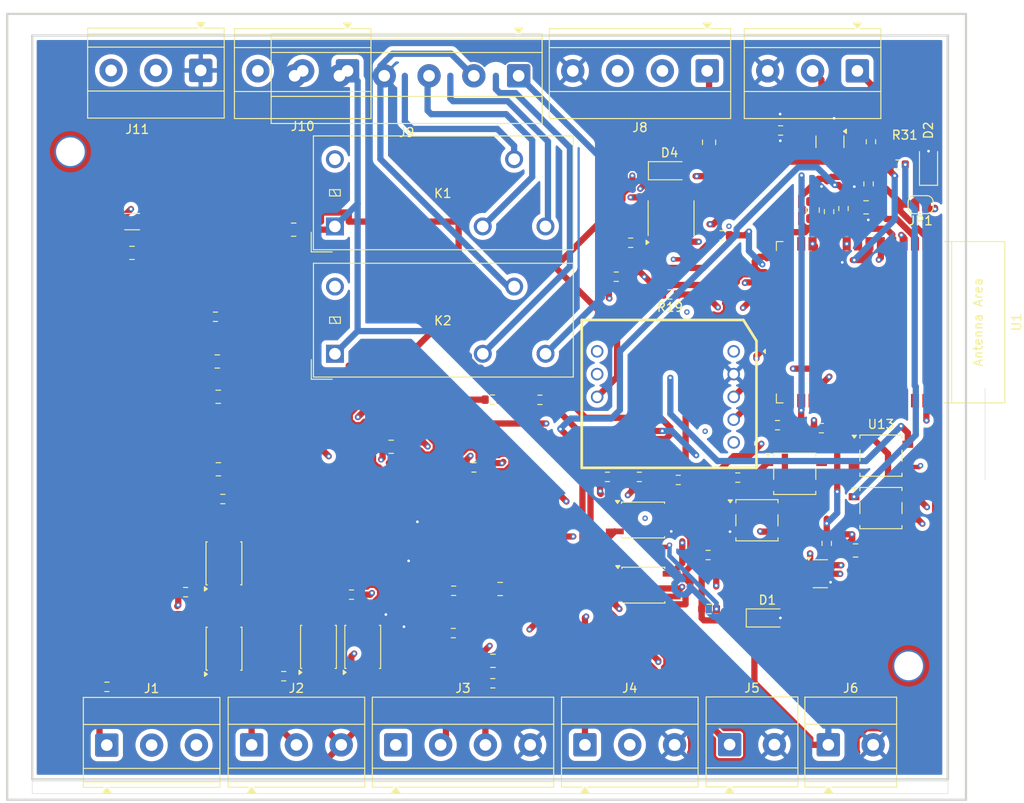
<source format=kicad_pcb>
(kicad_pcb (version 20241229) (generator "pcbnew") (generator_version "9.0")
  (layers (0 "F.Cu" signal) (4 "In1.Cu" signal) (6 "In2.Cu" signal) (2 "B.Cu" signal) (13 "F.Paste" user) (15 "B.Paste" user) (5 "F.SilkS" user "F.Silkscreen") (7 "B.SilkS" user "B.Silkscreen") (1 "F.Mask" user) (3 "B.Mask" user) (25 "Edge.Cuts" user))
  (net 0 "")
  (net 1 "GPIO1")
  (net 2 "+3.3V")
  (net 3 "/NIVARA_BOARD/VOLTAGE_AOUTPUT")
  (net 5 "/NIVARA_BOARD/mA_AOUTPUT+")
  (net 6 "/NIVARA_BOARD/+10V_AINPUT")
  (net 7 "/NIVARA_BOARD/+32V_AINPUT")
  (net 8 "GND")
  (net 11 "/NIVARA_BOARD/NPN_DOUTPUT_1")
  (net 12 "GPIO16")
  (net 14 "SPII06")
  (net 15 "/NIVARA_BOARD/NPN_DINPUT_1")
  (net 16 "Net-(U1-EN)")
  (net 18 "Net-(R10-Pad2)")
  (net 19 "Net-(U10-V5V)")
  (net 20 "/NIVARA_BOARD/PNP_DINPUT_0")
  (net 22 "Net-(R18-Pad2)")
  (net 23 "/NIVARA_BOARD/PNP_DINPUT_1")
  (net 24 "/NIVARA_BOARD/Modulo_RS485/~{TX}{slash}RX")
  (net 25 "GPIO48")
  (net 27 "/NIVARA_BOARD/NPN_DINPUT_0")
  (net 29 "GPIO47")
  (net 32 "Net-(R16-Pad2)")
  (net 34 "GPIO45")
  (net 38 "/NIVARA_BOARD/~{RUN}{slash}STOP")
  (net 39 "GPIO10")
  (net 41 "VCC")
  (net 42 "Net-(U2-SW)")
  (net 43 "Net-(U2-BST)")
  (net 44 "/NIVARA_BOARD/RS485_B")
  (net 46 "/NIVARA_BOARD/RS485_A")
  (net 47 "GPIO21")
  (net 48 "GPIO4")
  (net 49 "/NIVARA_BOARD/RL2_OUTPUT_NC")
  (net 50 "/NIVARA_BOARD/RL2_OUTPUT_NO")
  (net 51 "/NIVARA_BOARD/RL2_COM")
  (net 52 "/NIVARA_BOARD/RL1_OUTPUT_NC")
  (net 53 "GPIO5")
  (net 54 "/NIVARA_BOARD/RL1_COM")
  (net 55 "/NIVARA_BOARD/RL1_OUTPUT_NO")
  (net 56 "Net-(R27-Pad2)")
  (net 57 "GPIO8")
  (net 58 "GPIO9")
  (net 59 "Net-(D2-A1)")
  (net 60 "/NIVARA_BOARD/Entradas_NPN/NPN_Output0")
  (net 61 "GPIO6")
  (net 62 "GPIO7")
  (net 63 "Net-(R31-Pad2)")
  (net 64 "Net-(R9-Pad2)")
  (net 65 "/NIVARA_BOARD/Entradas_NPN/NPN_Output1")
  (net 66 "/NIVARA_BOARD/Salida_mA/mA_IN")
  (net 67 "GPIO38")
  (net 68 "Net-(R15-Pad2)")
  (net 69 "Net-(R17-Pad2)")
  (net 70 "Net-(K1-PadA2)")
  (net 71 "Net-(K2-PadA2)")
  (net 73 "GPIO15")
  (net 75 "Net-(U2-FB)")
  (net 76 "Net-(U3-B)")
  (net 77 "Net-(U3-A)")
  (net 78 "GPIO2")
  (net 79 "NPNIN_GND")
  (net 80 "GPIO3")
  (net 81 "/NIVARA_BOARD/NPN_DOUTPUT_0")
  (net 82 "GPIO46")
  (net 83 "/NIVARA_BOARD/DRY_DINPUT_0")
  (net 84 "/NIVARA_BOARD/DRY_DINPUT_1")
  (net 85 "PNPIN_GND")
  (net 86 "Net-(R26-Pad2)")
  (net 87 "/NIVARA_BOARD/PNP_DOUTPUT_0")
  (net 88 "Net-(R30-Pad2)")
  (net 89 "/NIVARA_BOARD/PNP_DOUTPUT_1")
  (footprint "Jumper:SolderJumper-2_P1.3mm_Open_RoundedPad1.0x1.5mm" (layer "F.Cu") (at 131.06 47.28 180)
    (property "Reference" "JP1")
    (property "Value" "SolderJumper_2_Open" (hide yes))
  )
  (footprint "PCM_Espressif:ESP32-S3-WROOM-1" (layer "F.Cu") (at 124.71 60.4 -90)
    (property "Reference" "U1")
    (property "Value" "ESP32-S3-WROOM-1" (hide yes))
  )
  (footprint "TerminalBlock_Phoenix:TerminalBlock_Phoenix_MKDS-1,5-6_1x06_P5.00mm_Horizontal" (layer "F.Cu") (at 86.2 32.9 180)
    (property "Reference" "J9")
    (property "Value" "Screw_Terminal_01x06")
  )
  (footprint "Capacitor_SMD:C_0805_2012Metric" (layer "F.Cu") (at 52.67 68.72 180)
    (property "Reference" "C5" (hide yes))
    (property "Value" "22uF")
  )
  (footprint "TerminalBlock_Phoenix:TerminalBlock_Phoenix_MKDS-1,5-3_1x03_P5.00mm_Horizontal" (layer "F.Cu") (at 124 32.35 180)
    (property "Reference" "J7" (hide yes))
    (property "Value" "Screw_Terminal_01x03" (hide yes))
  )
  (footprint "Capacitor_SMD:C_0805_2012Metric" (layer "F.Cu") (at 52.57 64.78 180)
    (property "Reference" "C6" (hide yes))
    (property "Value" "22uF")
  )
  (footprint "TerminalBlock_Phoenix:TerminalBlock_Phoenix_MKDS-1,5-3_1x03_P5.00mm_Horizontal" (layer "F.Cu") (at 40.24 107.59)
    (property "Reference" "J1")
    (property "Value" "Screw_Terminal_01x03" (hide yes))
  )
  (footprint "Resistor_SMD:R_0603_1608Metric" (layer "F.Cu") (at 110.65 77.74)
    (property "Reference" "R15" (hide yes))
    (property "Value" "100")
  )
  (footprint "Capacitor_SMD:C_0805_2012Metric" (layer "F.Cu") (at 52.69 76.81)
    (property "Reference" "C7" (hide yes))
    (property "Value" "100nF")
  )
  (footprint "Resistor_SMD:R_0603_1608Metric" (layer "F.Cu") (at 125.515 40.2525 90)
    (property "Reference" "R8" (hide yes))
    (property "Value" "120")
  )
  (footprint "Package_TO_SOT_SMD:SOT-23" (layer "F.Cu") (at 120.94 40.2525 -90)
    (property "Reference" "D3" (hide yes))
    (property "Value" "SM712_SOT23" (hide yes))
  )
  (footprint "TerminalBlock_Phoenix:TerminalBlock_Phoenix_MKDS-1,5-3_1x03_P5.00mm_Horizontal" (layer "F.Cu") (at 56.4 107.5675)
    (property "Reference" "J2")
    (property "Value" "Screw_Terminal_01x03" (hide yes))
  )
  (footprint "Resistor_SMD:R_0603_1608Metric" (layer "F.Cu") (at 125.25 44.955 -90)
    (property "Reference" "R4" (hide yes))
    (property "Value" "10k")
  )
  (footprint "Resistor_SMD:R_0603_1608Metric" (layer "F.Cu") (at 52.36 59.79)
    (property "Reference" "R5" (hide yes))
    (property "Value" "196k")
  )
  (footprint "Resistor_SMD:R_0603_1608Metric" (layer "F.Cu") (at 88.575 69.06)
    (property "Reference" "R1" (hide yes))
    (property "Value" "10k")
  )
  (footprint "Capacitor_SMD:C_0805_2012Metric" (layer "F.Cu") (at 83.33 98.19)
    (property "Reference" "C8" (hide yes))
    (property "Value" "100nF" (hide yes))
  )
  (footprint "Capacitor_SMD:C_0805_2012Metric" (layer "F.Cu") (at 123.8 85.87 180)
    (property "Reference" "C11" (hide yes))
    (property "Value" "1uF")
  )
  (footprint "Relay_THT:Relay_SPDT_Omron_G2RL-1" (layer "F.Cu") (at 65.6925 49.7075 90)
    (property "Reference" "K1")
    (property "Value" "G2RL-1" (hide yes))
  )
  (footprint "Resistor_SMD:R_0603_1608Metric" (layer "F.Cu") (at 104.01 78)
    (property "Reference" "R20" (hide yes))
    (property "Value" "412")
  )
  (footprint "Capacitor_SMD:C_0805_2012Metric" (layer "F.Cu") (at 71.97 74.3 180)
    (property "Reference" "C3" (hide yes))
    (property "Value" "100nF")
  )
  (footprint "Package_SO:SO-4_4.4x3.6mm_P2.54mm" (layer "F.Cu") (at 63.86 96.63 90)
    (property "Reference" "U12" (hide yes))
    (property "Value" "LTV-357TB" (hide yes))
  )
  (footprint "Riqi_Parts:eSOP-8" (layer "F.Cu") (at 100.082 49.154 90)
    (property "Reference" "U10" (hide yes))
    (property "Value" "~")
  )
  (footprint "Resistor_SMD:R_0603_1608Metric" (layer "F.Cu") (at 128.52 42.81)
    (property "Reference" "R31")
    (property "Value" "100")
  )
  (footprint "Package_SO:SO-4_4.4x4.3mm_P2.54mm" (layer "F.Cu") (at 112.79 82.5)
    (property "Reference" "U7" (hide yes))
    (property "Value" "~" (hide yes))
  )
  (footprint "TerminalBlock_Phoenix:TerminalBlock_Phoenix_MKDS-1,5-2_1x02_P5.00mm_Horizontal" (layer "F.Cu") (at 120.76 107.56)
    (property "Reference" "J6")
    (property "Value" "Screw_Terminal_01x02" (hide yes))
  )
  (footprint "Resistor_SMD:R_0603_1608Metric" (layer "F.Cu") (at 83.285 69.04)
    (property "Reference" "R12" (hide yes))
    (property "Value" "412")
  )
  (footprint "Resistor_SMD:R_0603_1608Metric" (layer "F.Cu") (at 83.315 100.69 180)
    (property "Reference" "R14" (hide yes))
    (property "Value" "120" (hide yes))
  )
  (footprint "Diode_SMD:D_SMF" (layer "F.Cu") (at 103.04 43.49)
    (property "Reference" "D4")
    (property "Value" "SMF24A" (hide yes))
  )
  (footprint "Resistor_SMD:R_0603_1608Metric" (layer "F.Cu") (at 78.945 90.37 180)
    (property "Reference" "R22" (hide yes))
    (property "Value" "13k")
  )
  (footprint "Diode_SMD:D_SMF" (layer "F.Cu") (at 113.96 93.4)
    (property "Reference" "D1")
    (property "Value" "SMF24A" (hide yes))
  )
  (footprint "Riqi_Parts:YLPTEC RSM3485ECHT" (layer "F.Cu") (at 112.74 60.15 180)
    (property "Reference" "U3" (hide yes))
    (property "Value" "~" (hide yes))
  )
  (footprint "TerminalBlock_Phoenix:TerminalBlock_Phoenix_MKDS-1,5-4_1x04_P5.00mm_Horizontal" (layer "F.Cu") (at 107.24 32.35 180)
    (property "Reference" "J8")
    (property "Value" "Screw_Terminal_01x04" (hide yes))
  )
  (footprint "Resistor_SMD:R_0603_1608Metric" (layer "F.Cu") (at 78.91 95.09)
    (property "Reference" "R21" (hide yes))
    (property "Value" "160k")
  )
  (footprint "MountingHole:MountingHole_3.2mm_M3_DIN965_Pad_TopOnly" (layer "F.Cu") (at 36.175 41.375)
    (property "Reference" "REF**" (hide yes))
    (property "Value" "MountingHole_3.2mm_M3_DIN965_Pad_TopOnly" (hide yes))
  )
  (footprint "Capacitor_SMD:C_0805_2012Metric" (layer "F.Cu") (at 61.09 50.07)
    (property "Reference" "C2" (hide yes))
    (property "Value" "10uF")
  )
  (footprint "Resistor_SMD:R_0603_1608Metric" (layer "F.Cu") (at 99.67 77.66)
    (property "Reference" "R28" (hide yes))
    (property "Value" "412")
  )
  (footprint "Resistor_SMD:R_0603_1608Metric" (layer "F.Cu") (at 97.09 55.32)
    (property "Reference" "R29" (hide yes))
    (property "Value" "412")
  )
  (footprint "Resistor_SMD:R_0603_1608Metric" (layer "F.Cu") (at 122.45 47.715 -90)
    (property "Reference" "R23" (hide yes))
    (property "Value" "51k")
  )
  (footprint "Capacitor_SMD:C_0805_2012Metric" (layer "F.Cu") (at 107.45 40.32 90)
    (property "Reference" "C12" (hide yes))
    (property "Value" "100nF")
  )
  (footprint "Package_SO:SO-4_4.4x3.6mm_P2.54mm" (layer "F.Cu") (at 68.8 96.63 90)
    (property "Reference" "U11" (hide yes))
    (property "Value" "LTV-357TB" (hide yes))
  )
  (footprint "Package_SO:SO-4_4.4x3.6mm_P2.54mm" (layer "F.Cu") (at 53.32 96.83 90)
    (property "Reference" "U4" (hide yes))
    (property "Value" "LTV-357TB" (hide yes))
  )
  (footprint "Package_SO:SO-4_4.4x4.3mm_P2.54mm" (layer "F.Cu") (at 126.63 81.14)
    (property "Reference" "U14" (hide yes))
    (property "Value" "~")
  )
  (footprint "Capacitor_SMD:C_0805_2012Metric" (layer "F.Cu") (at 84.14 90.17)
    (property "Reference" "C9" (hide yes))
    (property "Value" "100nF")
  )
  (footprint "Resistor_SMD:R_0603_1608Metric" (layer "F.Cu") (at 103.085 57.3 180)
    (property "Reference" "R19")
    (property "Value" "412")
  )
  (footprint "Resistor_SMD:R_0603_1608Metric" (layer "F.Cu") (at 53.185 80.13)
    (property "Reference" "R13" (hide yes))
    (property "Value" "120")
  )
  (footprint "Resistor_SMD:R_0603_1608Metric" (layer "F.Cu") (at 59.985 99.9)
    (property "Reference" "R27" (hide yes))
    (property "Value" "910")
  )
  (footprint "Capacitor_SMD:C_0805_2012Metric" (layer "F.Cu") (at 43.05 52.66)
    (property "Reference" "C4" (hide yes))
    (property "Value" "100pF")
  )
  (footprint "Package_SO:SO-4_4.4x3.6mm_P2.54mm" (layer "F.Cu") (at 100.12 89.74)
    (property "Reference" "U8" (hide yes))
    (property "Value" "LTV-357TB" (hide yes))
  )
  (footprint "Package_SO:SO-4_4.4x4.3mm_P2.54mm" (layer "F.Cu") (at 126.63 75.29)
    (property "Reference" "U13")
    (property "Value" "~")
  )
  (footprint "TerminalBlock_Phoenix:TerminalBlock_Phoenix_MKDS-1,5-3_1x03_P5.00mm_Horizontal" (layer "F.Cu") (at 50.72 32.3 180)
    (property "Reference" "J11")
    (property "Value" "Screw_Terminal_01x03" (hide yes))
  )
  (footprint "TerminalBlock_Phoenix:TerminalBlock_Phoenix_MKDS-1,5-4_1x04_P5.00mm_Horizontal" (layer "F.Cu") (at 72.49 107.5675)
    (property "Reference" "J3")
    (property "Value" "Screw_Terminal_01x04" (hide yes))
  )
  (footprint "Resistor_SMD:R_0603_1608Metric" (layer "F.Cu") (at 67.545 90.8)
    (property "Reference" "R26" (hide yes))
    (property "Value" "910")
  )
  (footprint "Resistor_SMD:R_0603_1608Metric" (layer "F.Cu") (at 40.25 101.09)
    (property "Reference" "R9" (hide yes))
    (property "Value" "910" (hide yes))
  )
  (footprint "TerminalBlock_Phoenix:TerminalBlock_Phoenix_MKDS-1,5-3_1x03_P5.00mm_Horizontal" (layer "F.Cu") (at 93.6 107.5575)
    (property "Reference" "J4")
    (property "Value" "Screw_Terminal_01x03" (hide yes))
  )
  (footprint "Relay_THT:Relay_SPDT_Omron_G2RL-1" (layer "F.Cu") (at 65.7 63.92 90)
    (property "Reference" "K2")
    (property "Value" "G2RL-1" (hide yes))
  )
  (footprint "Resistor_SMD:R_0603_1608Metric" (layer "F.Cu") (at 81.21 76.6)
    (property "Reference" "R6" (hide yes))
    (property "Value" "62k")
  )
  (footprint "Package_SO:SO-4_4.4x4.3mm_P2.54mm" (layer "F.Cu") (at 117.01 77.32)
    (property "Reference" "U6" (hide yes))
    (property "Value" "~")
  )
  (footprint "Package_SO:SO-4_4.4x3.6mm_P2.54mm" (layer "F.Cu") (at 100.08 82.4725)
    (property "Reference" "U9" (hide yes))
    (property "Value" "LTV-357TB" (hide yes))
  )
  (footprint "Resistor_SMD:R_0603_1608Metric" (layer "F.Cu") (at 108.895 50.7)
    (property "Reference" "R3" (hide yes))
    (property "Value" "4.7k")
  )
  (footprint "Diode_SMD:D_SMF" (layer "F.Cu") (at 131.94 42.7575 90)
    (property "Reference" "D2")
    (property "Value" "SMF24A" (hide yes))
  )
  (footprint "MountingHole:MountingHole_3.2mm_M3_DIN965_Pad_TopOnly" (layer "F.Cu") (at 129.72 98.75)
    (property "Reference" "REF**" (hide yes))
    (property "Value" "MountingHole_3.2mm_M3_DIN965_Pad_TopOnly" (hide yes))
  )
  (footprint "Resistor_SMD:R_0603_1608Metric" (layer "F.Cu") (at 107.34 86.38)
    (property "Reference" "R17" (hide yes))
    (property "Value" "910")
  )
  (footprint "Resistor_SMD:R_0603_1608Metric" (layer "F.Cu") (at 115.435 39)
    (property "Reference" "R7" (hide yes))
    (property "Value" "120")
  )
  (footprint "Resistor_SMD:R_0603_1608Metric" (layer "F.Cu") (at 96.11 77.66)
    (property "Reference" "R11" (hide yes))
    (property "Value" "412")
  )
  (footprint "TerminalBlock_Phoenix:TerminalBlock_Phoenix_MKDS-1,5-3_1x03_P5.00mm_Horizontal" (layer "F.Cu") (at 67.1 32.35 180)
    (property "Reference" "J10")
    (property "Value" "Screw_Terminal_01x03" (hide yes))
  )
  (footprint "Inductor_SMD:L_1206_3216Metric" (layer "F.Cu") (at 43.07 49.17 180)
    (property "Reference" "L1" (hide yes))
    (property "Value" "6.8uH")
  )
  (footprint "Package_SO:SO-4_4.4x3.6mm_P2.54mm" (layer "F.Cu") (at 53.31 87.31 90)
    (property "Reference" "U5" (hide yes))
    (property "Value" "LTV-357TB" (hide yes))
  )
  (footprint "Package_TO_SOT_SMD:TSOT-23-6" (layer "F.Cu") (at 119.87 88.465)
    (property "Reference" "U2" (hide yes))
    (property "Value" "AP63200WU" (hide yes))
  )
  (footprint "Resistor_SMD:R_0603_1608Metric" (layer "F.Cu") (at 120.58 85.08 -90)
    (property "Reference" "R25" (hide yes))
    (property "Value" "10k")
  )
  (footprint "Resistor_SMD:R_0603_1608Metric" (layer "F.Cu") (at 107.45 92.4)
    (property "Reference" "R18" (hide yes))
    (property "Value" "910")
  )
  (footprint "Resistor_SMD:R_0603_1608Metric" (layer "F.Cu") (at 98.705 51.53)
    (property "Reference" "R2" (hide yes))
    (property "Value" "4.7k")
  )
  (footprint "TerminalBlock_Phoenix:TerminalBlock_Phoenix_MKDS-1,5-2_1x02_P5.00mm_Horizontal" (layer "F.Cu") (at 109.74 107.5375)
    (property "Reference" "J5")
    (property "Value" "Screw_Terminal_01x02" (hide yes))
  )
  (footprint "Capacitor_SMD:C_0805_2012Metric" (layer "F.Cu") (at 119.01 47.88 90)
    (property "Reference" "C10" (hide yes))
    (property "Value" "100nF")
  )
  (footprint "Resistor_SMD:R_0603_1608Metric" (layer "F.Cu") (at 120.84 48.055 90)
    (property "Reference" "R24" (hide yes))
    (property "Value" "16k")
  )
  (footprint "Resistor_SMD:R_0603_1608Metric" (layer "F.Cu") (at 115.085 71.89)
    (property "Reference" "R16" (hide yes))
    (property "Value" "100")
  )
  (footprint "Resistor_SMD:R_0603_1608Metric" (layer "F.Cu") (at 49.035 90.52)
    (property "Reference" "R10" (hide yes))
    (property "Value" "910")
  )
  (footprint "Capacitor_SMD:C_0805_2012Metric" (layer "F.Cu") (at 124.97 47.58 180)
    (property "Reference" "C1" (hide yes))
    (property "Value" "1uF")
  )
  (footprint "Resistor_SMD:R_0603_1608Metric" (layer "F.Cu") (at 119.985 72.22)
    (property "Reference" "R30" (hide yes))
    (property "Value" "100")
  )
  (gr_line (start 134.114 28.404) (end 31.914 28.404) (stroke (width 0.25)) (layer "Edge.Cuts"))
  (gr_line (start 31.914 111.404) (end 134.114 111.404) (stroke (width 0.25)) (layer "Edge.Cuts"))
  (gr_line (start 138.25 67.75) (end 138.25 78) (stroke (width 0.05)) (layer "Edge.Cuts"))
  (gr_line (start 31.914 28.404) (end 31.914 111.404) (stroke (width 0.25)) (layer "Edge.Cuts"))
  (gr_line (start 136.12 25.99) (end 29.12 25.99) (stroke (width 0.25)) (layer "Edge.Cuts"))
  (gr_line (start 136.12 113.69) (end 136.12 25.99) (stroke (width 0.25)) (layer "Edge.Cuts"))
  (gr_rect (start 31.914 28.404) (end 133.98 111.64) (stroke (width 0.05)) (fill no) (layer "Edge.Cuts"))
  (gr_rect (start 31.914 28.404) (end 134.114 113) (stroke (width 0.05)) (fill no) (layer "Edge.Cuts"))
  (gr_rect (start 29.12 113.69) (end 136.12 113.69) (stroke (width 0.05)) (fill no) (layer "Edge.Cuts"))
  (gr_line (start 29.12 113.69) (end 136.12 113.69) (stroke (width 0.25)) (layer "Edge.Cuts"))
  (gr_line (start 134.114 111.404) (end 134.114 28.404) (stroke (width 0.25)) (layer "Edge.Cuts"))
  (gr_line (start 29.12 25.99) (end 29.12 113.69) (stroke (width 0.25)) (layer "Edge.Cuts"))
  (segment (start 131.7 69.15) (end 131.7 71.35) (width 0.7) (layer "F.Cu") (net 1))
  (segment (start 131.715 71.365) (end 131.72 71.37) (width 0.7) (layer "F.Cu") (net 1))
  (segment (start 131.7 71.35) (end 131.715 71.365) (width 0.7) (layer "F.Cu") (net 1))
  (segment (start 82.38 98.19) (end 82.38 97.1) (width 0.7) (layer "F.Cu") (net 1))
  (segment (start 82.38 100.58) (end 82.49 100.69) (width 0.7) (layer "F.Cu") (net 1))
  (segment (start 82.38 97.1) (end 82.97 96.51) (width 0.7) (layer "F.Cu") (net 1))
  (segment (start 82.49 107.5675) (end 82.49 100.69) (width 0.7) (layer "F.Cu") (net 1))
  (segment (start 82.38 98.19) (end 82.38 100.58) (width 0.7) (layer "F.Cu") (net 1))
  (via (at 131.715 71.365) (size 0.6) (drill 0.3) (layers "F.Cu" "B.Cu") (net 1))
  (via (at 82.97 96.51) (size 0.6) (drill 0.3) (layers "F.Cu" "B.Cu") (net 1))
  (segment (start 109.340999 59.113207) (end 108.813207 59.640999) (width 0.7) (layer "F.Cu") (net 2))
  (segment (start 107.5625 55.9125) (end 109.89 58.24) (width 0.7) (layer "F.Cu") (net 2))
  (segment (start 107.235 56.24) (end 107.5625 55.9125) (width 0.7) (layer "F.Cu") (net 2))
  (segment (start 124.012496 44.419) (end 123.307504 44.419) (width 0.7) (layer "F.Cu") (net 2))
  (segment (start 97.915 55.32) (end 98.86 55.32) (width 0.7) (layer "F.Cu") (net 2))
  (segment (start 109.340999 58.366793) (end 109.340999 59.113207) (width 0.7) (layer "F.Cu") (net 2))
  (segment (start 108.07 50.7) (end 108.07 50.782785) (width 0.5) (layer "F.Cu") (net 2))
  (segment (start 99.735 54.775) (end 102.26 57.3) (width 0.7) (layer "F.Cu") (net 2))
  (segment (start 113.047504 53.099) (end 112.549 53.597504) (width 0.7) (layer "F.Cu") (net 2))
  (segment (start 119.647504 44.399) (end 119.149 44.897504) (width 0.7) (layer "F.Cu") (net 2))
  (segment (start 124.658384 44.829) (end 124.511 44.976384) (width 0.7) (layer "F.Cu") (net 2))
  (segment (start 109.26 58.24) (end 109.237103 58.262897) (width 0.7) (layer "F.Cu") (net 2))
  (segment (start 108.813207 59.640999) (end 108.066793 59.640999) (width 0.7) (layer "F.Cu") (net 2))
  (segment (start 121.096794 44.18) (end 120.615145 44.661649) (width 0.7) (layer "F.Cu") (net 2))
  (segment (start 117.734 47.518712) (end 118.095288 47.88) (width 0.7) (layer "F.Cu") (net 2))
  (segment (start 112.549 53.597504) (end 112.549 54.302496) (width 0.7) (layer "F.Cu") (net 2))
  (segment (start 123.307504 44.419) (end 122.915355 44.811149) (width 0.7) (layer "F.Cu") (net 2))
  (segment (start 102.26 57.3) (end 103.32 56.24) (width 0.7) (layer "F.Cu") (net 2))
  (segment (start 117.734 49.418712) (end 118.196288 49.881) (width 0.7) (layer "F.Cu") (net 2))
  (segment (start 104.835 75.68) (end 104.835 78) (width 0.7) (layer "F.Cu") (net 2))
  (segment (start 93.68 71.07) (end 90.644 68.034) (width 0.7) (layer "F.Cu") (net 2))
  (segment (start 98.86 55.32) (end 99.405 54.775) (width 0.7) (layer "F.Cu") (net 2))
  (segment (start 88.776 68.034) (end 87.75 69.06) (width 0.7) (layer "F.Cu") (net 2))
  (segment (start 122.284206 44.18) (end 121.096794 44.18) (width 0.7) (layer "F.Cu") (net 2))
  (segment (start 113.699 54.801) (end 113.446 55.054) (width 0.7) (layer "F.Cu") (net 2))
  (segment (start 127.21 45.5) (end 126.276 45.5) (width 0.7) (layer "F.Cu") (net 2))
  (segment (start 97.88 52.92) (end 99.735 54.775) (width 0.7) (layer "F.Cu") (net 2))
  (segment (start 113.909 53.255504) (end 113.752496 53.099) (width 0.7) (layer "F.Cu") (net 2))
  (segment (start 99.405 54.775) (end 99.735 54.775) (width 0.7) (layer "F.Cu") (net 2))
  (segment (start 128.79 48.005) (end 128.79 47.08) (width 0.7) (layer "F.Cu") (net 2))
  (segment (start 130.41 47.28) (end 128.99 47.28) (width 0.7) (layer "F.Cu") (net 2))
  (segment (start 97.88 51.53) (end 97.88 52.92) (width 0.7) (layer "F.Cu") (net 2))
  (segment (start 113.752496 53.099) (end 113.047504 53.099) (width 0.7) (layer "F.Cu") (net 2))
  (segment (start 118.196288 45.879) (end 117.734 46.341288) (width 0.7) (layer "F.Cu") (net 2))
  (segment (start 109.89 58.24) (end 109.26 58.24) (width 0.7) (layer "F.Cu") (net 2))
  (segment (start 115.459 52.414) (end 113.909 52.414) (width 0.7) (layer "F.Cu") (net 2))
  (segment (start 120.615145 44.661649) (end 120.352496 44.399) (width 0.7) (layer "F.Cu") (net 2))
  (segment (start 119.149 44.968214) (end 118.238215 45.879) (width 0.7) (layer "F.Cu") (net 2))
  (segment (start 100.495 77.66) (end 102.475 75.68) (width 0.7) (layer "F.Cu") (net 2))
  (segment (start 122.915355 44.811149) (end 122.284206 44.18) (width 0.7) (layer "F.Cu") (net 2))
  (segment (start 110.539001 55.646793) (end 110.539001 55.9125) (width 0.7) (layer "F.Cu") (net 2))
  (segment (start 87.75 69.06) (end 84.13 69.06) (width 0.7) (layer "F.Cu") (net 2))
  (segment (start 113.909 52.414) (end 113.909 53.255504) (width 0.7) (layer "F.Cu") (net 2))
  (segment (start 102.044206 71.07) (end 93.68 71.07) (width 0.7) (layer "F.Cu") (net 2))
  (segment (start 98.915 75.68) (end 102.475 75.68) (width 0.7) (layer "F.Cu") (net 2))
  (segment (start 131.7 50.915) (end 128.79 48.005) (width 0.7) (layer "F.Cu") (net 2))
  (segment (start 118.095288 47.88) (end 117.734 48.241288) (width 0.7) (layer "F.Cu") (net 2))
  (segment (start 118.196288 49.881) (end 118.617214 49.881) (width 0.7) (layer "F.Cu") (net 2))
  (segment (start 103.136 72.161794) (end 102.044206 71.07) (width 0.7) (layer "F.Cu") (net 2))
  (segment (start 118.617214 49.882786) (end 118.151 50.349) (width 0.7) (layer "F.Cu") (net 2))
  (segment (start 102.475 75.68) (end 104.835 75.68) (width 0.7) (layer "F.Cu") (net 2))
  (segment (start 103.32 56.24) (end 107.235 56.24) (width 0.7) (layer "F.Cu") (net 2))
  (segment (start 90.644 68.034) (end 88.776 68.034) (width 0.7) (layer "F.Cu") (net 2))
  (segment (start 115.459 50.349) (end 115.459 52.414) (width 0.7) (layer "F.Cu") (net 2))
  (segment (start 109.237103 58.262897) (end 109.340999 58.366793) (width 0.7) (layer "F.Cu") (net 2))
  (segment (start 111.131793 55.054001) (end 110.539001 55.646793) (width 0.7) (layer "F.Cu") (net 2))
  (segment (start 125.841616 44.829) (end 124.658384 44.829) (width 0.7) (layer "F.Cu") (net 2))
  (segment (start 117.734 48.241288) (end 117.734 49.418712) (width 0.7) (layer "F.Cu") (net 2))
  (segment (start 124.511 44.976384) (end 124.511 44.917504) (width 0.7) (layer "F.Cu") (net 2))
  (segment (start 118.151 50.349) (end 115.459 50.349) (width 0.7) (layer "F.Cu") (net 2))
  (segment (start 113.446 55.054) (end 111.131793 55.054001) (width 0.7) (layer "F.Cu") (net 2))
  (segment (start 128.99 47.28) (end 128.79 47.08) (width 0.7) (layer "F.Cu") (net 2))
  (segment (start 118.238215 45.879) (end 118.196288 45.879) (width 0.7) (layer "F.Cu") (net 2))
  (segment (start 119.149 44.897504) (end 119.149 44.968214) (width 0.7) (layer "F.Cu") (net 2))
  (segment (start 96.935 77.66) (end 101.159 73.436) (width 0.7) (layer "F.Cu") (net 2))
  (segment (start 126.276 45.5) (end 126.276 45.263384) (width 0.7) (layer "F.Cu") (net 2))
  (segment (start 128.79 47.08) (end 127.21 45.5) (width 0.7) (layer "F.Cu") (net 2))
  (segment (start 112.549 54.302496) (end 113.047504 54.801) (width 0.7) (layer "F.Cu") (net 2))
  (segment (start 104.835 62.665) (end 104.835 75.68) (width 0.7) (layer "F.Cu") (net 2))
  (segment (start 131.7 51.65) (end 131.7 50.915) (width 0.7) (layer "F.Cu") (net 2))
  (segment (start 108.066793 59.640999) (end 107.962897 59.537103) (width 0.7) (layer "F.Cu") (net 2))
  (segment (start 117.734 46.341288) (end 117.734 47.518712) (width 0.7) (layer "F.Cu") (net 2))
  (segment (start 84.13 69.06) (end 84.11 69.04) (width 0.7) (layer "F.Cu") (net 2))
  (segment (start 107.962897 59.537103) (end 104.835 62.665) (width 0.7) (layer "F.Cu") (net 2))
  (segment (start 118.617214 49.881) (end 118.617214 49.882786) (width 0.7) (layer "F.Cu") (net 2))
  (segment (start 124.511 44.917504) (end 124.012496 44.419) (width 0.7) (layer "F.Cu") (net 2))
  (segment (start 105.472785 53.38) (end 103.47 53.38) (width 0.5) (layer "F.Cu") (net 2))
  (segment (start 103.136 72.908206) (end 103.136 72.161794) (width 0.7) (layer "F.Cu") (net 2))
  (segment (start 96.935 77.66) (end 98.915 75.68) (width 0.7) (layer "F.Cu") (net 2))
  (segment (start 101.159 73.436) (end 102.608206 73.436) (width 0.7) (layer "F.Cu") (net 2))
  (segment (start 126.276 45.263384) (end 125.841616 44.829) (width 0.7) (layer "F.Cu") (net 2))
  (segment (start 108.07 50.782785) (end 105.472785 53.38) (width 0.5) (layer "F.Cu") (net 2))
  (segment (start 110.539001 55.9125) (end 107.5625 55.9125) (width 0.7) (layer "F.Cu") (net 2))
  (segment (start 113.047504 54.801) (end 113.699 54.801) (width 0.7) (layer "F.Cu") (net 2))
  (segment (start 102.608206 73.436) (end 103.136 72.908206) (width 0.7) (layer "F.Cu") (net 2))
  (segment (start 120.352496 44.399) (end 119.647504 44.399) (width 0.7) (layer "F.Cu") (net 2))
  (via (at 103.47 53.38) (size 0.6) (drill 0.3) (layers "F.Cu" "B.Cu") (net 2))
  (via (at 100.22 55.33) (size 0.6) (drill 0.3) (layers "F.Cu" "B.Cu") (net 2))
  (segment (start 107.45 32.56) (end 107.24 32.35) (width 0.7) (layer "F.Cu") (net 3))
  (segment (start 101.59 41.53) (end 101.59 43.49) (width 0.7) (layer "F.Cu") (net 3))
  (segment (start 103.845 46.165) (end 103.845 45.340001) (width 0.7) (layer "F.Cu") (net 3))
  (segment (start 107.45 39.37) (end 103.75 39.37) (width 0.7) (layer "F.Cu") (net 3))
  (segment (start 103.75 39.37) (end 101.59 41.53) (width 0.7) (layer "F.Cu") (net 3))
  (segment (start 103.845 45.340001) (end 101.994999 43.49) (width 0.7) (layer "F.Cu") (net 3))
  (segment (start 101.994999 43.49) (end 101.59 43.49) (width 0.7) (layer "F.Cu") (net 3))
  (segment (start 107.45 39.37) (end 107.45 32.56) (width 0.7) (layer "F.Cu") (net 3))
  (segment (start 121.911 45.081) (end 121.47 45.081) (width 0.7) (layer "F.Cu") (net 6))
  (segment (start 122.3 45.47) (end 121.911 45.081) (width 0.7) (layer "F.Cu") (net 6))
  (segment (start 122.49 47.05) (end 122.49 45.66) (width 0.7) (layer "F.Cu") (net 6))
  (segment (start 93.319 88.781) (end 93.319 74.789) (width 0.7) (layer "F.Cu") (net 6))
  (segment (start 122.49 45.66) (end 122.3 45.47) (width 0.7) (layer "F.Cu") (net 6))
  (segment (start 87.41 94.69) (end 93.319 88.781) (width 0.7) (layer "F.Cu") (net 6))
  (segment (start 93.319 74.789) (end 90.86 72.33) (width 0.7) (layer "F.Cu") (net 6))
  (via (at 87.41 94.69) (size 0.6) (drill 0.3) (layers "F.Cu" "B.Cu") (net 6))
  (via (at 121.47 45.081) (size 0.6) (drill 0.3) (layers "F.Cu" "B.Cu") (net 6))
  (via (at 90.86 72.33) (size 0.6) (drill 0.3) (layers "F.Cu" "B.Cu") (net 6))
  (segment (start 110.521 50.619) (end 97.63 63.51) (width 0.7) (layer "B.Cu") (net 6))
  (segment (start 97.5 63.51) (end 97.5 70.19) (width 0.7) (layer "B.Cu") (net 6))
  (segment (start 97.63 63.51) (end 97.5 63.51) (width 0.7) (layer "B.Cu") (net 6))
  (segment (start 121.47 45.081) (end 119.498 43.109) (width 0.7) (layer "B.Cu") (net 6))
  (segment (start 91.99 71.15) (end 90.86 72.28) (width 0.7) (layer "B.Cu") (net 6))
  (segment (start 90.86 72.28) (end 90.86 72.33) (width 0.7) (layer "B.Cu") (net 6))
  (segment (start 119.498 43.109) (end 117.396794 43.109) (width 0.7) (layer "B.Cu") (net 6))
  (segment (start 96.54 71.15) (end 91.99 71.15) (width 0.7) (layer "B.Cu") (net 6))
  (segment (start 97.5 70.19) (end 96.54 71.15) (width 0.7) (layer "B.Cu") (net 6))
  (segment (start 110.521 49.984794) (end 110.521 50.619) (width 0.7) (layer "B.Cu") (net 6))
  (segment (start 117.396794 43.109) (end 110.521 49.984794) (width 0.7) (layer "B.Cu") (net 6))
  (segment (start 78.085 95.09) (end 78.085 106.9725) (width 0.7) (layer "F.Cu") (net 7))
  (segment (start 78.085 106.9725) (end 77.49 107.5675) (width 0.7) (layer "F.Cu") (net 7))
  (segment (start 120.94 38.1) (end 121.4 37.64) (width 0.5) (layer "F.Cu") (net 8))
  (segment (start 120.84 46.09) (end 120 45.25) (width 0.5) (layer "F.Cu") (net 8))
  (segment (start 119.01 46.24) (end 120 45.25) (width 0.5) (layer "F.Cu") (net 8))
  (segment (start 123.66 45.27) (end 123.64 45.25) (width 0.5) (layer "F.Cu") (net 8))
  (segment (start 121.4 37.64) (end 121.41 37.63) (width 0.5) (layer "F.Cu") (net 8))
  (segment (start 120.84 47.23) (end 120.84 46.09) (width 0.5) (layer "F.Cu") (net 8))
  (segment (start 120.94 41.19) (end 120.94 38.1) (width 0.5) (layer "F.Cu") (net 8))
  (segment (start 119.01 46.93) (end 119.01 46.24) (width 0.5) (layer "F.Cu") (net 8))
  (segment (start 124.02 47.58) (end 124.02 45.63) (width 0.5) (layer "F.Cu") (net 8))
  (segment (start 124.02 45.63) (end 123.66 45.27) (width 0.5) (layer "F.Cu") (net 8))
  (via (at 71.38 93.02) (size 0.6) (drill 0.3) (layers "F.Cu" "B.Cu") (net 8))
  (via (at 122.31 53.72) (size 0.6) (drill 0.3) (layers "F.Cu" "B.Cu") (net 8))
  (via (at 131.94 41.3075) (size 0.6) (drill 0.3) (layers "F.Cu" "B.Cu") (net 8))
  (via (at 103.23 83.7425) (size 0.6) (drill 0.3) (layers "F.Cu" "B.Cu") (net 8))
  (via (at 123.66 45.27) (size 0.6) (drill 0.3) (layers "F.Cu" "B.Cu") (net 8))
  (via (at 121.0075 89.415) (size 0.6) (drill 0.3) (layers "F.Cu" "B.Cu") (net 8))
  (via (at 73.92 87.03) (size 0.6) (drill 0.3) (layers "F.Cu" "B.Cu") (net 8))
  (via (at 73.4 94.38) (size 0.6) (drill 0.3) (layers "F.Cu" "B.Cu") (net 8))
  (via (at 120 45.25) (size 0.6) (drill 0.3) (layers "F.Cu" "B.Cu") (net 8))
  (via (at 115.38 37.17) (size 0.6) (drill 0.3) (layers "F.Cu" "B.Cu") (net 8))
  (via (at 121.4 37.64) (size 0.6) (drill 0.3) (layers "F.Cu" "B.Cu") (net 8))
  (via (at 109.79 83.77) (size 0.6) (drill 0.3) (layers "F.Cu" "B.Cu") (net 8))
  (via (at 125.22 48.98) (size 0.6) (drill 0.3) (layers "F.Cu" "B.Cu") (net 8))
  (via (at 115.41 93.4) (size 0.6) (drill 0.3) (layers "F.Cu" "B.Cu") (net 8))
  (via (at 115.4 40.15) (size 0.6) (drill 0.3) (layers "F.Cu" "B.Cu") (net 8))
  (via (at 74.9 82.67) (size 0.6) (drill 0.3) (layers "F.Cu" "B.Cu") (net 8))
  (segment (start 103.2575 83.77) (end 103.23 83.7425) (width 0.5) (layer "B.Cu") (net 8))
  (segment (start 109.79 83.77) (end 103.2575 83.77) (width 0.5) (layer "B.Cu") (net 8))
  (segment (start 101.305 53.395) (end 102.25 54.34) (width 0.7) (layer "F.Cu") (net 12))
  (segment (start 106.82 54.34) (end 109.72 51.44) (width 0.7) (layer "F.Cu") (net 12))
  (segment (start 105.01 54.34) (end 106.82 54.34) (width 0.7) (layer "F.Cu") (net 12))
  (segment (start 109.72 51.44) (end 109.72 50.7) (width 0.7) (layer "F.Cu") (net 12))
  (segment (start 99.53 51.53) (end 101.19 51.53) (width 0.7) (layer "F.Cu") (net 12))
  (segment (start 101.305 51.415) (end 101.305 53.395) (width 0.7) (layer "F.Cu") (net 12))
  (segment (start 111.5 50.7) (end 111.91 50.29) (width 0.7) (layer "F.Cu") (net 12))
  (segment (start 102.25 54.34) (end 105.01 54.34) (width 0.7) (layer "F.Cu") (net 12))
  (segment (start 109.72 50.7) (end 111.5 50.7) (width 0.7) (layer "F.Cu") (net 12))
  (segment (start 101.19 51.53) (end 101.305 51.415) (width 0.7) (layer "F.Cu") (net 12))
  (via (at 113.4 53.95) (size 0.6) (drill 0.3) (layers "F.Cu" "B.Cu") (net 12))
  (via (at 111.9 50.28) (size 0.6) (drill 0.3) (layers "F.Cu" "B.Cu") (net 12))
  (via (at 122.81 51.65) (size 0.6) (drill 0.3) (layers "F.Cu" "B.Cu") (net 12))
  (segment (start 113.4 53.95) (end 111.9 52.45) (width 0.7) (layer "B.Cu") (net 12))
  (segment (start 111.9 52.45) (end 111.9 50.28) (width 0.7) (layer "B.Cu") (net 12))
  (segment (start 117.73 70.93) (end 117.73 70.23) (width 0.7) (layer "F.Cu") (net 14))
  (segment (start 99.775 45.495) (end 99.77 45.5) (width 0.7) (layer "F.Cu") (net 14))
  (segment (start 102.575 46.165) (end 102.575 45.614478) (width 0.7) (layer "F.Cu") (net 14))
  (segment (start 120.58 82.85) (end 120.58 82.32) (width 0.7) (layer "F.Cu") (net 14))
  (segment (start 100.481 44.789) (end 99.775 45.495) (width 0.7) (layer "F.Cu") (net 14))
  (segment (start 121.75 79.31) (end 121.75 74.5) (width 0.7) (layer "F.Cu") (net 14))
  (segment (start 118.51 73.57) (end 117.72 72.78) (width 0.7) (layer "F.Cu") (net 14))
  (segment (start 102.575 45.614478) (end 101.749522 44.789) (width 0.7) (layer "F.Cu") (net 14))
  (segment (start 100.860478 44.789) (end 100.481 44.789) (width 0.7) (layer "F.Cu") (net 14))
  (segment (start 117.72 72.78) (end 117.72 70.94) (width 0.7) (layer "F.Cu") (net 14))
  (segment (start 120.58 84.255) (end 120.58 82.85) (width 0.7) (layer "F.Cu") (net 14))
  (segment (start 121.75 74.5) (end 120.82 73.57) (width 0.7) (layer "F.Cu") (net 14))
  (segment (start 117.73 70.23) (end 117.73 69.15) (width 0.7) (layer "F.Cu") (net 14))
  (segment (start 101.749522 44.789) (end 100.860478 44.789) (width 0.7) (layer "F.Cu") (net 14))
  (segment (start 120.82 73.57) (end 118.51 73.57) (width 0.7) (layer "F.Cu") (net 14))
  (via (at 120.58 82.85) (size 0.6) (drill 0.3) (layers "F.Cu" "B.Cu") (net 14))
  (via (at 117.73 70.23) (size 0.6) (drill 0.3) (layers "F.Cu" "B.Cu") (net 14))
  (via (at 99.775 45.495) (size 0.6) (drill 0.3) (layers "F.Cu" "B.Cu") (net 14))
  (via (at 121.75 79.31) (size 0.6) (drill 0.3) (layers "F.Cu" "B.Cu") (net 14))
  (via (at 117.77 44.01) (size 0.6) (drill 0.3) (layers "F.Cu" "B.Cu") (net 14))
  (segment (start 121.75 79.31) (end 121.75 81.68) (width 0.7) (layer "B.Cu") (net 14))
  (segment (start 117.77 70.19) (end 117.73 70.23) (width 0.7) (layer "B.Cu") (net 14))
  (segment (start 121.75 81.68) (end 120.58 82.85) (width 0.7) (layer "B.Cu") (net 14))
  (segment (start 117.77 44.01) (end 117.77 70.19) (width 0.7) (layer "B.Cu") (net 14))
  (segment (start 48.21 90.52) (end 48.21 91.97) (width 0.7) (layer "F.Cu") (net 15))
  (segment (start 48.21 91.97) (end 48.1 92.08) (width 0.7) (layer "F.Cu") (net 15))
  (via (at 48.21 91.97) (size 0.6) (drill 0.3) (layers "F.Cu" "B.Cu") (net 15))
  (segment (start 127.22 48.88) (end 128.390794 48.88) (width 0.7) (layer "F.Cu") (net 16))
  (segment (start 125.25 45.78) (end 125.25 46.91) (width 0.7) (layer "F.Cu") (net 16))
  (segment (start 128.390794 48.88) (end 130.43 50.919206) (width 0.7) (layer "F.Cu") (net 16))
  (segment (start 130.43 50.919206) (end 130.43 51.65) (width 0.7) (layer "F.Cu") (net 16))
  (segment (start 125.92 47.58) (end 127.22 48.88) (width 0.7) (layer "F.Cu") (net 16))
  (segment (start 125.25 46.91) (end 125.92 47.58) (width 0.7) (layer "F.Cu") (net 16))
  (segment (start 51.98 90.52) (end 52.04 90.46) (width 0.7) (layer "F.Cu") (net 18))
  (segment (start 49.86 90.52) (end 51.98 90.52) (width 0.7) (layer "F.Cu") (net 18))
  (segment (start 122.85 85.2) (end 122.85 85.87) (width 0.7) (layer "F.Cu") (net 19))
  (segment (start 101.005001 46.464999) (end 98.684999 46.464999) (width 0.7) (layer "F.Cu") (net 19))
  (segment (start 122.415 84.07) (end 123.4 84.07) (width 0.7) (layer "F.Cu") (net 19))
  (segment (start 123.4 84.07) (end 123.42 84.09) (width 0.7) (layer "F.Cu") (net 19))
  (segment (start 120.58 85.905) (end 122.415 84.07) (width 0.7) (layer "F.Cu") (net 19))
  (segment (start 101.305 46.165) (end 101.005001 46.464999) (width 0.7) (layer "F.Cu") (net 19))
  (segment (start 123.42 84.09) (end 123.42 84.63) (width 0.7) (layer "F.Cu") (net 19))
  (segment (start 123.42 84.63) (end 122.85 85.2) (width 0.7) (layer "F.Cu") (net 19))
  (via (at 98.684999 46.464999) (size 0.6) (drill 0.3) (layers "F.Cu" "B.Cu") (net 19))
  (via (at 123.4 84.07) (size 0.6) (drill 0.3) (layers "F.Cu" "B.Cu") (net 19))
  (via (at 109.67 49.69) (size 0.6) (drill 0.3) (layers "F.Cu" "B.Cu") (net 19))
  (segment (start 56.4 97.248) (end 62.848 90.8) (width 0.7) (layer "F.Cu") (net 20))
  (segment (start 56.4 107.5675) (end 56.4 97.248) (width 0.7) (layer "F.Cu") (net 20))
  (segment (start 62.848 90.8) (end 66.72 90.8) (width 0.7) (layer "F.Cu") (net 20))
  (segment (start 102.838 85.472) (end 103.03 85.28) (width 0.5) (layer "F.Cu") (net 22))
  (segment (start 103.03 85.28) (end 103.08 85.23) (width 0.5) (layer "F.Cu") (net 22))
  (segment (start 101.1995 85.472) (end 102.838 85.472) (width 0.5) (layer "F.Cu") (net 22))
  (segment (start 96.93 81.2025) (end 101.1995 85.472) (width 0.5) (layer "F.Cu") (net 22))
  (via (at 103.03 85.28) (size 0.6) (drill 0.3) (layers "F.Cu" "B.Cu") (net 22))
  (via (at 108.275 92.4) (size 0.6) (drill 0.3) (layers "F.Cu" "B.Cu") (net 22))
  (segment (start 103.03 86.47) (end 108.275 91.715) (width 0.5) (layer "B.Cu") (net 22))
  (segment (start 108.275 91.715) (end 108.275 92.4) (width 0.5) (layer "B.Cu") (net 22))
  (segment (start 103.03 85.28) (end 103.03 86.47) (width 0.5) (layer "B.Cu") (net 22))
  (segment (start 59.16 105.3275) (end 59.16 99.9) (width 0.7) (layer "F.Cu") (net 23))
  (segment (start 61.4 107.5675) (end 59.16 105.3275) (width 0.7) (layer "F.Cu") (net 23))
  (segment (start 111.92 69.55) (end 111.92 68.373) (width 0.7) (layer "F.Cu") (net 25))
  (segment (start 110.2 71.27) (end 111.92 69.55) (width 0.7) (layer "F.Cu") (net 25))
  (segment (start 111.92 68.373) (end 114.178 66.115) (width 0.7) (layer "F.Cu") (net 25))
  (segment (start 114.178 66.115) (end 115.21 66.115) (width 0.7) (layer "F.Cu") (net 25))
  (segment (start 39.425 101.09) (end 39.425 106.775) (width 0.7) (layer "F.Cu") (net 27))
  (segment (start 39.425 106.775) (end 40.24 107.59) (width 0.7) (layer "F.Cu") (net 27))
  (segment (start 115.21 64.845) (end 113.885 64.845) (width 0.7) (layer "F.Cu") (net 29))
  (segment (start 110.2 68.73) (end 113.81 65.12) (width 0.7) (layer "F.Cu") (net 29))
  (segment (start 113.81 65.12) (end 113.81 64.92) (width 0.7) (layer "F.Cu") (net 29))
  (segment (start 113.885 64.845) (end 113.81 64.92) (width 0.7) (layer "F.Cu") (net 29))
  (segment (start 113.472 81.23) (end 109.79 81.23) (width 0.7) (layer "F.Cu") (net 32))
  (segment (start 115.91 71.89) (end 115.91 78.792) (width 0.7) (layer "F.Cu") (net 32))
  (segment (start 115.91 78.792) (end 113.472 81.23) (width 0.7) (layer "F.Cu") (net 32))
  (segment (start 114.26 71.89) (end 114.26 68.335) (width 0.7) (layer "F.Cu") (net 34))
  (segment (start 114.26 68.335) (end 115.21 67.385) (width 0.7) (layer "F.Cu") (net 34))
  (segment (start 109.74 107.5375) (end 94.22 92.0175) (width 0.7) (layer "F.Cu") (net 38))
  (segment (start 94.22 92.0175) (end 94.22 73.88) (width 0.7) (layer "F.Cu") (net 38))
  (segment (start 94.22 73.88) (end 92.66 72.32) (width 0.7) (layer "F.Cu") (net 38))
  (segment (start 119 69.15) (end 119 68.34) (width 0.7) (layer "F.Cu") (net 38))
  (segment (start 120.845 66.495) (end 120.88 66.46) (width 0.7) (layer "F.Cu") (net 38))
  (segment (start 119 68.34) (end 120.845 66.495) (width 0.7) (layer "F.Cu") (net 38))
  (segment (start 92.66 72.32) (end 92.875 72.535) (width 0.7) (layer "F.Cu") (net 38))
  (segment (start 92.875 72.535) (end 101.13 72.535) (width 0.7) (layer "F.Cu") (net 38))
  (segment (start 102.235 72.535) (end 101.13 72.535) (width 0.7) (layer "F.Cu") (net 38))
  (segment (start 92.66 72.32) (end 89.4 69.06) (width 0.7) (layer "F.Cu") (net 38))
  (via (at 120.845 66.495) (size 0.6) (drill 0.3) (layers "F.Cu" "B.Cu") (net 38))
  (via (at 107.01 72.57) (size 0.6) (drill 0.3) (layers "F.Cu" "B.Cu") (net 38))
  (via (at 102.235 72.535) (size 0.6) (drill 0.3) (layers "F.Cu" "B.Cu") (net 38))
  (via (at 106.02 75.25) (size 0.6) (drill 0.3) (layers "F.Cu" "B.Cu") (net 38))
  (segment (start 102.235 72.535) (end 103.305 72.535) (width 0.7) (layer "B.Cu") (net 38))
  (segment (start 103.305 72.535) (end 106.02 75.25) (width 0.7) (layer "B.Cu") (net 38))
  (segment (start 115.21 57.225) (end 112.805 57.225) (width 0.7) (layer "F.Cu") (net 39))
  (segment (start 103.27 88.47) (end 104.459 87.281) (width 0.7) (layer "F.Cu") (net 39))
  (segment (start 112.805 57.225) (end 111.23 58.8) (width 0.7) (layer "F.Cu") (net 39))
  (segment (start 107 57.3) (end 108.44 58.74) (width 0.7) (layer "F.Cu") (net 39))
  (segment (start 103.91 57.3) (end 107 57.3) (width 0.7) (layer "F.Cu") (net 39))
  (segment (start 104.459 85.02) (end 104.459 84.85) (width 0.7) (layer "F.Cu") (net 39))
  (segment (start 104.459 87.281) (end 104.459 85.02) (width 0.7) (layer "F.Cu") (net 39))
  (via (at 108.44 58.74) (size 0.6) (drill 0.3) (layers "F.Cu" "B.Cu") (net 39))
  (via (at 111.23 58.8) (size 0.6) (drill 0.3) (layers "F.Cu" "B.Cu") (net 39))
  (via (at 104.459 85.02) (size 0.6) (drill 0.3) (layers "F.Cu" "B.Cu") (net 39))
  (segment (start 112.24 93.67) (end 106.88 93.67) (width 0.7) (layer "F.Cu") (net 41))
  (segment (start 105.115 51.415) (end 106.305 51.415) (width 0.7) (layer "F.Cu") (net 41))
  (segment (start 129.63 84.6) (end 123.24 90.99) (width 0.7) (layer "F.Cu") (net 41))
  (segment (start 65.33 50.07) (end 65.6925 49.7075) (width 0.7) (layer "F.Cu") (net 41))
  (segment (start 118.751 106.876794) (end 112.51 100.635794) (width 0.7) (layer "F.Cu") (net 41))
  (segment (start 112.51 93.4) (end 116.495 89.415) (width 0.7) (layer "F.Cu") (net 41))
  (segment (start 118.7325 88.465) (end 118.7325 89.415) (width 0.7) (layer "F.Cu") (net 41))
  (segment (start 129.63 82.41) (end 129.63 84.6) (width 0.7) (layer "F.Cu") (net 41))
  (segment (start 129.63 82.41) (end 130.78 82.41) (width 0.7) (layer "F.Cu") (net 41))
  (segment (start 106.88 93.67) (end 106.625 93.415) (width 0.7) (layer "F.Cu") (net 41))
  (segment (start 130.78 82.41) (end 131.26 82.89) (width 0.7) (layer "F.Cu") (net 41))
  (segment (start 130.89 76.56) (end 131.05 76.4) (width 0.5) (layer "F.Cu") (net 41))
  (segment (start 112.51 100.635794) (end 112.51 93.4) (width 0.7) (layer "F.Cu") (net 41))
  (segment (start 120.3075 90.99) (end 118.7325 89.415) (width 0.7) (layer "F.Cu") (net 41))
  (segment (start 120.76 107.56) (end 118.751 107.56) (width 0.7) (layer "F.Cu") (net 41))
  (segment (start 106.625 92.4) (end 106.625 86.49) (width 0.7) (layer "F.Cu") (net 41))
  (segment (start 112.51 93.4) (end 112.24 93.67) (width 0.7) (layer "F.Cu") (net 41))
  (segment (start 129.63 76.56) (end 130.89 76.56) (width 0.5) (layer "F.Cu") (net 41))
  (segment (start 106.625 86.49) (end 106.515 86.38) (width 0.7) (layer "F.Cu") (net 41))
  (segment (start 62.04 50.07) (end 65.33 50.07) (width 0.7) (layer "F.Cu") (net 41))
  (segment (start 116.495 89.415) (end 118.7325 89.415) (width 0.7) (layer "F.Cu") (net 41))
  (segment (start 118.751 107.56) (end 118.751 106.876794) (width 0.7) (layer "F.Cu") (net 41))
  (segment (start 106.625 93.415) (end 106.625 92.4) (width 0.7) (layer "F.Cu") (net 41))
  (segment (start 123.24 90.99) (end 120.3075 90.99) (width 0.7) (layer "F.Cu") (net 41))
  (via (at 106.305 51.415) (size 0.6) (drill 0.3) (layers "F.Cu" "B.Cu") (net 41))
  (via (at 131.05 76.4) (size 0.6) (drill 0.3) (layers "F.Cu" "B.Cu") (net 41))
  (via (at 131.26 82.89) (size 0.6) (drill 0.3) (layers "F.Cu" "B.Cu") (net 41))
  (segment (start 105.291 90.282496) (end 104.792496 90.781) (width 0.7) (layer "B.Cu") (net 41))
  (segment (start 104.506215 89.079) (end 102.229 86.801785) (width 0.7) (layer "B.Cu") (net 41))
  (segment (start 107.449359 92.022145) (end 105.291 89.863786) (width 0.7) (layer "B.Cu") (net 41))
  (segment (start 94.928252 78.428252) (end 89.051 72.551) (width 0.7) (layer "B.Cu") (net 41))
  (segment (start 104.087504 90.781) (end 103.589 90.282496) (width 0.7) (layer "B.Cu") (net 41))
  (segment (start 88.937504 72.551) (end 88.439 72.052496) (width 0.7) (layer "B.Cu") (net 41))
  (segment (start 65.6925 49.7075) (end 68.23 47.17) (width 0.7) (layer "B.Cu") (net 41))
  (segment (start 96.161 78.897504) (end 95.662496 78.399) (width 0.7) (layer "B.Cu") (net 41))
  (segment (start 68.23 33.48) (end 67.1 32.35) (width 0.7) (layer "B.Cu") (net 41))
  (segment (start 80.649 64.562446) (end 80.649 64.149) (width 0.7) (layer "B.Cu") (net 41))
  (segment (start 81.971 65.471) (end 81.557554 65.471) (width 0.7) (layer "B.Cu") (net 41))
  (segment (start 88.439 71.939) (end 81.971 65.471) (width 0.7) (layer "B.Cu") (net 41))
  (segment (start 103.589 89.577504) (end 104.087504 89.079) (width 0.7) (layer "B.Cu") (net 41))
  (segment (start 96.161 79.602496) (end 96.161 78.897504) (width 0.7) (layer "B.Cu") (net 41))
  (segment (start 88.439 72.052496) (end 88.439 71.939) (width 0.7) (layer "B.Cu") (net 41))
  (segment (start 105.291 89.863786) (end 105.291 90.282496) (width 0.7) (layer "B.Cu") (net 41))
  (segment (start 95.662496 78.399) (end 94.957504 78.399) (width 0.7) (layer "B.Cu") (net 41))
  (segment (start 68.23 61.39) (end 68.23 47.17) (width 0.7) (layer "B.Cu") (net 41))
  (segment (start 107.424 92.752496) (end 107.424 92.047504) (width 0.7) (layer "B.Cu") (net 41))
  (segment (start 104.087504 89.079) (end 104.506215 89.079) (width 0.7) (layer "B.Cu") (net 41))
  (segment (start 102.229 85.729) (end 96.131748 79.631748) (width 0.7) (layer "B.Cu") (net 41))
  (segment (start 81.557554 65.471) (end 80.649 64.562446) (width 0.7) (layer "B.Cu") (net 41))
  (segment (start 94.957504 78.399) (end 94.928252 78.428252) (width 0.7) (layer "B.Cu") (net 41))
  (segment (start 108.627496 93.251) (end 107.922504 93.251) (width 0.7) (layer "B.Cu") (net 41))
  (segment (start 107.424 92.047504) (end 107.449359 92.022145) (width 0.7) (layer "B.Cu") (net 41))
  (segment (start 65.7 63.92) (end 68.23 61.39) (width 0.7) (layer "B.Cu") (net 41))
  (segment (start 107.922504 93.251) (end 107.424 92.752496) (width 0.7) (layer "B.Cu") (net 41))
  (segment (start 77.89 61.39) (end 68.23 61.39) (width 0.7) (layer "B.Cu") (net 41))
  (segment (start 102.229 86.801785) (end 102.229 85.729) (width 0.7) (layer "B.Cu") (net 41))
  (segment (start 120.76 104.26) (end 109.126 92.626) (width 0.7) (layer "B.Cu") (net 41))
  (segment (start 89.051 72.551) (end 88.937504 72.551) (width 0.7) (layer "B.Cu") (net 41))
  (segment (start 80.649 64.149) (end 77.89 61.39) (width 0.7) (layer "B.Cu") (net 41))
  (segment (start 120.76 107.56) (end 120.76 104.26) (width 0.7) (layer "B.Cu") (net 41))
  (segment (start 96.131748 79.631748) (end 96.161 79.602496) (width 0.7) (layer "B.Cu") (net 41))
  (segment (start 109.126 92.752496) (end 108.627496 93.251) (width 0.7) (layer "B.Cu") (net 41))
  (segment (start 109.126 92.626) (end 109.126 92.752496) (width 0.7) (layer "B.Cu") (net 41))
  (segment (start 104.792496 90.781) (end 104.087504 90.781) (width 0.7) (layer "B.Cu") (net 41))
  (segment (start 68.23 47.17) (end 68.23 33.48) (width 0.7) (layer "B.Cu") (net 41))
  (segment (start 103.589 90.282496) (end 103.589 89.577504) (width 0.7) (layer "B.Cu") (net 41))
  (segment (start 60.728712 48.794) (end 59.551288 48.794) (width 0.7) (layer "F.Cu") (net 42))
  (segment (start 67.2435 48.1565) (end 64.1415 48.1565) (width 0.7) (layer "F.Cu") (net 42))
  (segment (start 67.359001 70.616793) (end 79.5 58.475794) (width 0.7) (layer "F.Cu") (net 42))
  (segment (start 71.02 74.3) (end 71.02 75.529) (width 0.7) (layer "F.Cu") (net 42))
  (segment (start 121.0075 88.465) (end 122.065 88.465) (width 0.7) (layer "F.Cu") (net 42))
  (segment (start 67.2435 49.17) (end 67.2435 48.1565) (width 0.7) (layer "F.Cu") (net 42))
  (segment (start 79.5 58.475794) (end 79.5 49.17) (width 0.7) (layer "F.Cu") (net 42))
  (segment (start 71.02 75.529) (end 70.85 75.699) (width 0.7) (layer "F.Cu") (net 42))
  (segment (start 79.5 49.17) (end 67.2435 49.17) (width 0.7) (layer "F.Cu") (net 42))
  (segment (start 69.02 71.504206) (end 68.633207 71.890999) (width 0.7) (layer "F.Cu") (net 42))
  (segment (start 67.886793 71.890999) (end 67.359001 71.363207) (width 0.7) (layer "F.Cu") (net 42))
  (segment (start 64.1415 49.169) (end 63.003712 49.169) (width 0.7) (layer "F.Cu") (net 42))
  (segment (start 68.633207 71.890999) (end 67.886793 71.890999) (width 0.7) (layer "F.Cu") (net 42))
  (segment (start 69.02 72.27) (end 69.02 71.504206) (width 0.7) (layer "F.Cu") (net 42))
  (segment (start 63.003712 49.169) (end 62.628712 48.794) (width 0.7) (layer "F.Cu") (net 42))
  (segment (start 59.551288 48.794) (end 54.757288 44) (width 0.7) (layer "F.Cu") (net 42))
  (segment (start 61.451288 48.794) (end 61.09 49.155288) (width 0.7) (layer "F.Cu") (net 42))
  (segment (start 62.628712 48.794) (end 61.451288 48.794) (width 0.7) (layer "F.Cu") (net 42))
  (segment (start 54.757288 44) (end 49.815 44) (width 0.7) (layer "F.Cu") (net 42))
  (segment (start 67.359001 71.363207) (end 67.359001 70.616793) (width 0.7) (layer "F.Cu") (net 42))
  (segment (start 122.065 88.465) (end 122.09 88.49) (width 0.7) (layer "F.Cu") (net 42))
  (segment (start 71.02 74.3) (end 71.02 74.27) (width 0.7) (layer "F.Cu") (net 42))
  (segment (start 71.02 74.27) (end 69.02 72.27) (width 0.7) (layer "F.Cu") (net 42))
  (segment (start 61.09 49.155288) (end 60.728712 48.794) (width 0.7) (layer "F.Cu") (net 42))
  (segment (start 49.815 44) (end 44.645 49.17) (width 0.7) (layer "F.Cu") (net 42))
  (segment (start 64.1415 48.1565) (end 64.1415 49.169) (width 0.7) (layer "F.Cu") (net 42))
  (via (at 70.85 75.75) (size 0.6) (drill 0.3) (layers "F.Cu" "B.Cu") (net 42))
  (via (at 122.09 88.49) (size 0.6) (drill 0.3) (layers "F.Cu" "B.Cu") (net 42))
  (segment (start 72.92 74.3) (end 73.419938 73.800062) (width 0.7) (layer "F.Cu") (net 43))
  (segment (start 122.205 87.515) (end 122.21 87.51) (width 0.7) (layer "F.Cu") (net 43))
  (segment (start 122.17 87.515) (end 122.205 87.515) (width 0.7) (layer "F.Cu") (net 43))
  (segment (start 121.0075 87.515) (end 122.17 87.515) (width 0.7) (layer "F.Cu") (net 43))
  (segment (start 73.419938 73.800062) (end 75.580062 73.800062) (width 0.7) (layer "F.Cu") (net 43))
  (segment (start 75.580062 73.800062) (end 76.05 74.27) (width 0.7) (layer "F.Cu") (net 43))
  (via (at 122.17 87.515) (size 0.6) (drill 0.3) (layers "F.Cu" "B.Cu") (net 43))
  (via (at 76.05 74.27) (size 0.6) (drill 0.3) (layers "F.Cu" "B.Cu") (net 43))
  (segment (start 119.99 33.34) (end 119 32.35) (width 0.7) (layer "F.Cu") (net 44))
  (segment (start 116.45 39) (end 118.27 40.82) (width 0.7) (layer "F.Cu") (net 44))
  (segment (start 116.26 39) (end 116.45 39) (width 0.7) (layer "F.Cu") (net 44))
  (segment (start 118.485 40.82) (end 119.99 39.315) (width 0.7) (layer "F.Cu") (net 44))
  (segment (start 118.27 40.82) (end 118.485 40.82) (width 0.7) (layer "F.Cu") (net 44))
  (segment (start 119.99 39.315) (end 119.99 33.34) (width 0.7) (layer "F.Cu") (net 44))
  (segment (start 121.89 39.315) (end 125.4025 39.315) (width 0.7) (layer "F.Cu") (net 46))
  (segment (start 125.515 39.4275) (end 125.515 33.865) (width 0.7) (layer "F.Cu") (net 46))
  (segment (start 125.4025 39.315) (end 125.515 39.4275) (width 0.7) (layer "F.Cu") (net 46))
  (segment (start 125.515 33.865) (end 124 32.35) (width 0.7) (layer "F.Cu") (net 46))
  (segment (start 103.23 78.045) (end 103.185 78) (width 0.7) (layer "F.Cu") (net 47))
  (segment (start 111.91 75.34) (end 113.29 73.96) (width 0.7) (layer "F.Cu") (net 47))
  (segment (start 103.23 81.2025) (end 103.23 78.045) (width 0.7) (layer "F.Cu") (net 47))
  (segment (start 109.6 75.96) (end 109.6 75.95) (width 0.7) (layer "F.Cu") (net 47))
  (segment (start 113.315 63.575) (end 115.21 63.575) (width 0.7) (layer "F.Cu") (net 47))
  (segment (start 103.185 78.625) (end 103.79 79.23) (width 0.7) (layer "F.Cu") (net 47))
  (segment (start 110.21 75.34) (end 111.91 75.34) (width 0.7) (layer "F.Cu") (net 47))
  (segment (start 109.6 75.95) (end 110.21 75.34) (width 0.7) (layer "F.Cu") (net 47))
  (segment (start 103.79 79.23) (end 106.33 79.23) (width 0.7) (layer "F.Cu") (net 47))
  (segment (start 106.33 79.23) (end 109.6 75.96) (width 0.7) (layer "F.Cu") (net 47))
  (segment (start 103.185 78) (end 103.185 78.625) (width 0.7) (layer "F.Cu") (net 47))
  (segment (start 112.73 64.16) (end 113.315 63.575) (width 0.7) (layer "F.Cu") (net 47))
  (segment (start 112.74 64.44) (end 112.73 64.43) (width 0.7) (layer "F.Cu") (net 47))
  (segment (start 112.73 64.43) (end 112.73 64.16) (width 0.7) (layer "F.Cu") (net 47))
  (via (at 113.29 73.96) (size 0.6) (drill 0.3) (layers "F.Cu" "B.Cu") (net 47))
  (via (at 112.74 64.44) (size 0.6) (drill 0.3) (layers "F.Cu" "B.Cu") (net 47))
  (segment (start 129.16 50.923412) (end 128.908294 50.671706) (width 0.7) (layer "F.Cu") (net 48))
  (segment (start 89.05 84.31) (end 92.3 84.31) (width 0.7) (layer "F.Cu") (net 48))
  (segment (start 82.85 89.83) (end 83.19 90.17) (width 0.7) (layer "F.Cu") (net 48))
  (segment (start 79.795 95.03) (end 79.735 95.09) (width 0.7) (layer "F.Cu") (net 48))
  (segment (start 79.795 89.83) (end 82.85 89.83) (width 0.7) (layer "F.Cu") (net 48))
  (segment (start 79.795 89.83) (end 79.795 95.03) (width 0.7) (layer "F.Cu") (net 48))
  (segment (start 129.16 51.65) (end 129.16 50.923412) (width 0.7) (layer "F.Cu") (net 48))
  (segment (start 83.19 90.17) (end 89.05 84.31) (width 0.7) (layer "F.Cu") (net 48))
  (segment (start 128.908294 50.671706) (end 128.891 50.654412) (width 0.7) (layer "F.Cu") (net 48))
  (via (at 92.3 84.31) (size 0.6) (drill 0.3) (layers "F.Cu" "B.Cu") (net 48))
  (via (at 128.908294 50.671706) (size 0.6) (drill 0.3) (layers "F.Cu" "B.Cu") (net 48))
  (segment (start 76.04 36.78) (end 76.04 32.9) (width 0.7) (layer "B.Cu") (net 49))
  (segment (start 82.1925 49.7075) (end 87.71 44.19) (width 0.7) (layer "B.Cu") (net 49))
  (segment (start 87.71 44.19) (end 87.71 40.09) (width 0.7) (layer "B.Cu") (net 49))
  (segment (start 84.8 37.18) (end 76.44 37.18) (width 0.7) (layer "B.Cu") (net 49))
  (segment (start 87.71 40.09) (end 84.8 37.18) (width 0.7) (layer "B.Cu") (net 49))
  (segment (start 76.44 37.18) (end 76.04 36.78) (width 0.7) (layer "B.Cu") (net 49))
  (segment (start 89.471 49.429) (end 89.471 40.221) (width 0.7) (layer "B.Cu") (net 50))
  (segment (start 78.87 35.73) (end 78.58 35.44) (width 0.7) (layer "B.Cu") (net 50))
  (segment (start 89.1925 49.7075) (end 89.471 49.429) (width 0.7) (layer "B.Cu") (net 50))
  (segment (start 89.471 40.221) (end 84.98 35.73) (width 0.7) (layer "B.Cu") (net 50))
  (segment (start 78.58 35.44) (end 78.58 32.9) (width 0.7) (layer "B.Cu") (net 50))
  (segment (start 84.98 35.73) (end 78.87 35.73) (width 0.7) (layer "B.Cu") (net 50))
  (segment (start 74.33 38.83) (end 73.5 38) (width 0.7) (layer "B.Cu") (net 51))
  (segment (start 73.5 38) (end 73.5 32.9) (width 0.7) (layer "B.Cu") (net 51))
  (segment (start 83.813496 38.83) (end 74.33 38.83) (width 0.7) (layer "B.Cu") (net 51))
  (segment (start 85.6925 42.2075) (end 85.6925 40.709004) (width 0.7) (layer "B.Cu") (net 51))
  (segment (start 85.6925 40.709004) (end 83.813496 38.83) (width 0.7) (layer "B.Cu") (net 51))
  (segment (start 85.859 34.829) (end 91.92 40.89) (width 0.7) (layer "B.Cu") (net 52))
  (segment (start 91.92 40.89) (end 91.92 54.2) (width 0.7) (layer "B.Cu") (net 52))
  (segment (start 84.104076 34.829) (end 85.859 34.829) (width 0.7) (layer "B.Cu") (net 52))
  (segment (start 91.92 54.2) (end 82.2 63.92) (width 0.7) (layer "B.Cu") (net 52))
  (segment (start 83.66 32.9) (end 83.66 34.384924) (width 0.7) (layer "B.Cu") (net 52))
  (segment (start 83.66 34.384924) (end 84.104076 34.829) (width 0.7) (layer "B.Cu") (net 52))
  (segment (start 122.49 49.919938) (end 122.44 49.969938) (width 0.7) (layer "F.Cu") (net 53))
  (segment (start 127.89 50.618) (end 127.89 51.65) (width 0.7) (layer "F.Cu") (net 53))
  (segment (start 119.01 48.83) (end 120.79 48.83) (width 0.7) (layer "F.Cu") (net 53))
  (segment (start 122.44 49.969938) (end 127.241938 49.969938) (width 0.7) (layer "F.Cu") (net 53))
  (segment (start 120.62 48.81) (end 121.269938 49.459938) (width 0.7) (layer "F.Cu") (net 53))
  (segment (start 121.269938 49.969938) (end 122.44 49.969938) (width 0.7) (layer "F.Cu") (net 53))
  (segment (start 122.49 48.7) (end 122.49 49.919938) (width 0.7) (layer "F.Cu") (net 53))
  (segment (start 127.241938 49.969938) (end 127.89 50.618) (width 0.7) (layer "F.Cu") (net 53))
  (segment (start 121.269938 49.459938) (end 121.269938 49.969938) (width 0.7) (layer "F.Cu") (net 53))
  (segment (start 120.79 48.83) (end 120.84 48.88) (width 0.7) (layer "F.Cu") (net 53))
  (segment (start 84.996504 56.42) (end 85.7 56.42) (width 0.7) (layer "B.Cu") (net 54))
  (segment (start 72.14 30.44) (end 70.769 31.811) (width 0.7) (layer "B.Cu") (net 54))
  (segment (start 81.12 32.9) (end 78.66 30.44) (width 0.7) (layer "B.Cu") (net 54))
  (segment (start 70.769 31.811) (end 70.769 42.192496) (width 0.7) (layer "B.Cu") (net 54))
  (segment (start 70.769 42.192496) (end 84.996504 56.42) (width 0.7) (layer "B.Cu") (net 54))
  (segment (start 78.66 30.44) (end 72.14 30.44) (width 0.7) (layer "B.Cu") (net 54))
  (segment (start 99.741 44.382496) (end 99.479496 44.644) (width 0.7) (layer "B.Cu") (net 55))
  (segment (start 98.924 45.142504) (end 99.185504 44.881) (width 0.7) (layer "B.Cu") (net 55))
  (segment (start 98.913999 45.613999) (end 98.924 45.613999) (width 0.7) (layer "B.Cu") (net 55))
  (segment (start 98.537504 44.881) (end 98.039 44.382496) (width 0.7) (layer "B.Cu") (net 55))
  (segment (start 95.479 57.397504) (end 95.479 57.641) (width 0.7) (layer "B.Cu") (net 55))
  (segment (start 98.039 44.382496) (end 98.039 43.677504) (width 0.7) (layer "B.Cu") (net 55))
  (segment (start 98.537504 43.179) (end 99.242496 43.179) (width 0.7) (layer "B.Cu") (net 55))
  (segment (start 86.2 32.9) (end 98.913999 45.613999) (width 0.7) (layer "B.Cu") (net 55))
  (segment (start 95.977504 56.899) (end 95.479 57.397504) (width 0.7) (layer "B.Cu") (net 55))
  (segment (start 99.479496 44.644) (end 100.127496 44.644) (width 0.7) (layer "B.Cu") (net 55))
  (segment (start 99.242496 43.179) (end 99.741 43.677504) (width 0.7) (layer "B.Cu") (net 55))
  (segment (start 100.626 45.142504) (end 100.626 45.847496) (width 0.7) (layer "B.Cu") (net 55))
  (segment (start 99.741 43.677504) (end 99.741 44.382496) (width 0.7) (layer "B.Cu") (net 55))
  (segment (start 98.924 45.613999) (end 98.924 45.142504) (width 0.7) (layer "B.Cu") (net 55))
  (segment (start 98.039 43.677504) (end 98.537504 43.179) (width 0.7) (layer "B.Cu") (net 55))
  (segment (start 100.127496 44.644) (end 100.626 45.142504) (width 0.7) (layer "B.Cu") (net 55))
  (segment (start 100.626 45.847496) (end 100.127496 46.346) (width 0.7) (layer "B.Cu") (net 55))
  (segment (start 96.221 56.899) (end 95.977504 56.899) (width 0.7) (layer "B.Cu") (net 55))
  (segment (start 103.21 49.91) (end 96.221 56.899) (width 0.7) (layer "B.Cu") (net 55))
  (segment (start 100.127496 46.346) (end 99.646 46.346) (width 0.7) (layer "B.Cu") (net 55))
  (segment (start 99.646 46.346) (end 103.21 49.91) (width 0.7) (layer "B.Cu") (net 55))
  (segment (start 95.479 57.641) (end 89.2 63.92) (width 0.7) (layer "B.Cu") (net 55))
  (segment (start 99.185504 44.881) (end 98.537504 44.881) (width 0.7) (layer "B.Cu") (net 55))
  (segment (start 62.59 99.78) (end 60.93 99.78) (width 0.7) (layer "F.Cu") (net 56))
  (segment (start 60.93 99.78) (end 60.81 99.9) (width 0.7) (layer "F.Cu") (net 56))
  (segment (start 90.48 79.35) (end 91.51 80.38) (width 0.7) (layer "F.Cu") (net 57))
  (segment (start 91.51 80.38) (end 91.54 80.41) (width 0.7) (layer "F.Cu") (net 57))
  (segment (start 122.5 55.15) (end 122.5 63) (width 0.7) (layer "F.Cu") (net 57))
  (segment (start 119 51.65) (end 119.269 51.919) (width 0.7) (layer "F.Cu") (net 57))
  (segment (start 98.845 77.66) (end 98.845 79.235) (width 0.7) (layer "F.Cu") (net 57))
  (segment (start 122.5 63) (end 119.92 65.58) (width 0.7) (layer "F.Cu") (net 57))
  (segment (start 119.269 52.951) (end 120.301 52.951) (width 0.7) (layer "F.Cu") (net 57))
  (segment (start 119.269 51.919) (end 119.269 52.951) (width 0.7) (layer "F.Cu") (net 57))
  (segment (start 86.622 79.35) (end 90.48 79.35) (width 0.7) (layer "F.Cu") (net 57))
  (segment (start 120.301 52.951) (end 122.5 55.15) (width 0.7) (layer "F.Cu") (net 57))
  (segment (start 67.53 93.48) (end 69.081 95.031) (width 0.7) (layer "F.Cu") (net 57))
  (segment (start 69.081 95.031) (end 70.941 95.031) (width 0.7) (layer "F.Cu") (net 57))
  (segment (start 70.941 95.031) (end 86.622 79.35) (width 0.7) (layer "F.Cu") (net 57))
  (segment (start 98.845 79.235) (end 98.38 79.7) (width 0.7) (layer "F.Cu") (net 57))
  (segment (start 119.92 65.58) (end 116.81 65.58) (width 0.7) (layer "F.Cu") (net 57))
  (via (at 98.38 79.7) (size 0.6) (drill 0.3) (layers "F.Cu" "B.Cu") (net 57))
  (via (at 116.81 65.58) (size 0.6) (drill 0.3) (layers "F.Cu" "B.Cu") (net 57))
  (via (at 119 51.65) (size 0.6) (drill 0.3) (layers "F.Cu" "B.Cu") (net 57))
  (via (at 91.51 80.38) (size 0.6) (drill 0.3) (layers "F.Cu" "B.Cu") (net 57))
  (segment (start 82.612794 75.224) (end 82.262794 75.574) (width 0.7) (layer "F.Cu") (net 58))
  (segment (start 76.950999 73.896793) (end 75.953268 72.899062) (width 0.7) (layer "F.Cu") (net 58))
  (segment (start 82.924823 78.526999) (end 83.887 77.564822) (width 0.7) (layer "F.Cu") (net 58))
  (segment (start 69.266794 89.899) (end 69.011616 89.899) (width 0.7) (layer "F.Cu") (net 58))
  (segment (start 81.730999 74.926793) (end 81.203207 74.399001) (width 0.7) (layer "F.Cu") (net 58))
  (segment (start 84.863207 75.079001) (end 84.116793 75.079001) (width 0.7) (layer "F.Cu") (net 58))
  (segment (start 68.886616 91.826) (end 69.011616 91.701) (width 0.7) (layer "F.Cu") (net 58))
  (segment (start 67.545 91.517616) (end 67.853384 91.826) (width 0.7) (layer "F.Cu") (net 58))
  (segment (start 62.59 93.48) (end 64.244 91.826) (width 0.7) (layer "F.Cu") (net 58))
  (segment (start 96.265 57.685) (end 96.33 57.75) (width 0.7) (layer "F.Cu") (net 58))
  (segment (start 71.724206 76.099) (end 71.921 75.902206) (width 0.7) (layer "F.Cu") (net 58))
  (segment (start 85.390999 75.606793) (end 84.863207 75.079001) (width 0.7) (layer "F.Cu") (net 58))
  (segment (start 74.600938 72.899062) (end 75.8 71.7) (width 0.7) (layer "F.Cu") (net 58))
  (segment (start 67.62 90.007384) (end 67.62 80.654206) (width 0.7) (layer "F.Cu") (net 58))
  (segment (start 75.8 71.7) (end 89.29 71.7) (width 0.7) (layer "F.Cu") (net 58))
  (segment (start 82.262794 75.574) (end 81.730999 75.574) (width 0.7) (layer "F.Cu") (net 58))
  (segment (start 71.921 75.579) (end 72.127644 75.372356) (width 0.7) (layer "F.Cu") (net 58))
  (segment (start 70.253588 78.802) (end 80.731414 78.801998) (width 0.7) (layer "F.Cu") (net 58))
  (segment (start 76.423207 75.170999) (end 76.950999 74.643207) (width 0.7) (layer "F.Cu") (net 58))
  (segment (start 83.887 77.564822) (end 83.886999 77.026) (width 0.7) (layer "F.Cu") (net 58))
  (segment (start 79.434 76.008384) (end 79.434 76.099) (width 0.7) (layer "F.Cu") (net 58))
  (segment (start 70.730999 90.983207) (end 70.730999 90.236793) (width 0.7) (layer "F.Cu") (net 58))
  (segment (start 69.011616 89.899) (end 68.886616 89.774) (width 0.7) (layer "F.Cu") (net 58))
  (segment (start 79.484 75.371794) (end 79.484001 75.958383) (width 0.7) (layer "F.Cu") (net 58))
  (segment (start 80.456793 74.399001) (end 79.484 75.371794) (width 0.7) (layer "F.Cu") (net 58))
  (segment (start 76.950999 74.643207) (end 76.950999 73.896793) (width 0.7) (layer "F.Cu") (net 58))
  (segment (start 70.730999 90.236793) (end 70.203207 89.709001) (width 0.7) (layer "F.Cu") (net 58))
  (segment (start 111.505 55.955) (end 111.44 56.02) (width 0.7) (layer "F.Cu") (net 58))
  (segment (start 67.853384 89.774) (end 67.62 90.007384) (width 0.7) (layer "F.Cu") (net 58))
  (segment (start 69.862897 78.411309) (end 70.253588 78.802) (width 0.7) (layer "F.Cu") (net 58))
  (segment (start 81.006413 78.526999) (end 82.924823 78.526999) (width 0.7) (layer "F.Cu") (net 58))
  (segment (start 73.971 75.113712) (end 73.971 74.701062) (width 0.7) (layer "F.Cu") (net 58))
  (segment (start 75.953268 72.899062) (end 74.600938 72.899062) (width 0.7) (layer "F.Cu") (net 58))
  (segment (start 69.011616 91.701) (end 70.013207 91.700999) (width 0.7) (layer "F.Cu") (net 58))
  (segment (start 69.456793 89.709001) (end 69.266794 89.899) (width 0.7) (layer "F.Cu") (net 58))
  (segment (start 80.731414 78.801998) (end 81.006413 78.526999) (width 0.7) (layer "F.Cu") (net 58))
  (segment (start 67.236616 91.826) (end 67.545 91.517616) (width 0.7) (layer "F.Cu") (net 58))
  (segment (start 115.21 55.955) (end 111.505 55.955) (width 0.7) (layer "F.Cu") (net 58))
  (segment (start 70.013207 91.700999) (end 70.730999 90.983207) (width 0.7) (layer "F.Cu") (net 58))
  (segment (start 67.853384 91.826) (end 68.886616 91.826) (width 0.7) (layer "F.Cu") (net 58))
  (segment (start 72.127644 75.372356) (end 72.331288 75.576) (width 0.7) (layer "F.Cu") (net 58))
  (segment (start 84.718207 77.025999) (end 85.390999 76.353207) (width 0.7) (layer "F.Cu") (net 58))
  (segment (start 73.971 74.701062) (end 75.206856 74.701062) (width 0.7) (layer "F.Cu") (net 58))
  (segment (start 64.244 91.826) (end 67.236616 91.826) (width 0.7) (layer "F.Cu") (net 58))
  (segment (start 75.206856 74.701062) (end 75.676793 75.170999) (width 0.7) (layer "F.Cu") (net 58))
  (segment (start 79.484001 75.958383) (end 79.434 76.008384) (width 0.7) (layer "F.Cu") (net 58))
  (segment (start 67.62 80.654206) (end 69.862897 78.411309) (width 0.7) (layer "F.Cu") (net 58))
  (segment (start 75.676793 75.170999) (end 76.423207 75.170999) (width 0.7) (layer "F.Cu") (net 58))
  (segment (start 84.116793 75.079001) (end 83.971794 75.224) (width 0.7) (layer "F.Cu") (net 58))
  (segment (start 83.886999 77.026) (end 84.718207 77.025999) (width 0.7) (layer "F.Cu") (net 58))
  (segment (start 68.886616 89.774) (end 67.853384 89.774) (width 0.7) (layer "F.Cu") (net 58))
  (segment (start 79.434 76.099) (end 71.724206 76.099) (width 0.7) (layer "F.Cu") (net 58))
  (segment (start 70.203207 89.709001) (end 69.456793 89.709001) (width 0.7) (layer "F.Cu") (net 58))
  (segment (start 72.331288 75.576) (end 73.508712 75.576) (width 0.7) (layer "F.Cu") (net 58))
  (segment (start 96.265 55.32) (end 96.265 57.685) (width 0.7) (layer "F.Cu") (net 58))
  (segment (start 81.203207 74.399001) (end 80.456793 74.399001) (width 0.7) (layer "F.Cu") (net 58))
  (segment (start 81.730999 75.574) (end 81.730999 74.926793) (width 0.7) (layer "F.Cu") (net 58))
  (segment (start 71.921 75.902206) (end 71.921 75.579) (width 0.7) (layer "F.Cu") (net 58))
  (segment (start 83.971794 75.224) (end 82.612794 75.224) (width 0.7) (layer "F.Cu") (net 58))
  (segment (start 73.508712 75.576) (end 73.971 75.113712) (width 0.7) (layer "F.Cu") (net 58))
  (segment (start 85.390999 76.353207) (end 85.390999 75.606793) (width 0.7) (layer "F.Cu") (net 58))
  (via (at 96.33 57.75) (size 0.6) (drill 0.3) (layers "F.Cu" "B.Cu") (net 58))
  (via (at 89.29 71.7) (size 0.6) (drill 0.3) (layers "F.Cu" "B.Cu") (net 58))
  (via (at 111.44 56.02) (size 0.6) (drill 0.3) (layers "F.Cu" "B.Cu") (net 58))
  (segment (start 51.72 68.72) (end 51.72 64.88) (width 0.7) (layer "F.Cu") (net 59))
  (segment (start 131.94 44.2075) (end 131.94 45.44) (width 0.7) (layer "F.Cu") (net 59))
  (segment (start 42.1 59.79) (end 50.76 59.79) (width 0.7) (layer "F.Cu") (net 59))
  (segment (start 50.76 59.79) (end 51.535 59.79) (width 0.7) (layer "F.Cu") (net 59))
  (segment (start 41.495 49.17) (end 41.495 52.055) (width 0.7) (layer "F.Cu") (net 59))
  (segment (start 41.495 49.17) (end 41.54 49.17) (width 0.7) (layer "F.Cu") (net 59))
  (segment (start 50.76 59.79) (end 48.695 61.855) (width 0.7) (layer "F.Cu") (net 59))
  (segment (start 42.1 52.66) (end 42.1 59.79) (width 0.7) (layer "F.Cu") (net 59))
  (segment (start 132.67 47.77) (end 132.67 47.63) (width 0.7) (layer "F.Cu") (net 59))
  (segment (start 131.71 45.67) (end 131.71 47.28) (width 0.7) (layer "F.Cu") (net 59))
  (segment (start 131.7 47.77) (end 132.67 47.77) (width 0.7) (layer "F.Cu") (net 59))
  (segment (start 131.94 45.44) (end 131.71 45.67) (width 0.7) (layer "F.Cu") (net 59))
  (segment (start 48.695 61.855) (end 51.62 64.78) (width 0.7) (layer "F.Cu") (net 59))
  (segment (start 41.495 52.055) (end 42.1 52.66) (width 0.7) (layer "F.Cu") (net 59))
  (segment (start 41.54 49.17) (end 42.94 47.77) (width 0.7) (layer "F.Cu") (net 59))
  (segment (start 51.72 64.88) (end 51.62 64.78) (width 0.7) (layer "F.Cu") (net 59))
  (via (at 132.67 47.77) (size 0.6) (drill 0.3) (layers "F.Cu" "B.Cu") (net 59))
  (via (at 42.94 47.77) (size 0.6) (drill 0.3) (layers "F.Cu" "B.Cu") (net 59))
  (segment (start 70.626794 77.901) (end 80.358207 77.900999) (width 0.7) (layer "F.Cu") (net 60))
  (segment (start 69.801294 77.198706) (end 70.103587 77.500999) (width 0.7) (layer "F.Cu") (net 60))
  (segment (start 47.575205 92.980999) (end 46.59 91.995794) (width 0.7) (layer "F.Cu") (net 60))
  (segment (start 70.103587 77.500999) (end 70.123297 77.500999) (width 0.7) (layer "F.Cu") (net 60))
  (segment (start 70.124298 77.502) (end 70.227794 77.502) (width 0.7) (layer "F.Cu") (net 60))
  (segment (start 81.21 77.317616) (end 81.518384 77.626) (width 0.7) (layer "F.Cu") (net 60))
  (segment (start 82.986 76.125) (end 84.345 76.125) (width 0.7) (layer "F.Cu") (net 60))
  (segment (start 46.59 86.41) (end 47.289 85.711) (width 0.7) (layer "F.Cu") (net 60))
  (segment (start 95.285 79.465) (end 95.36 79.54) (width 0.7) (layer "F.Cu") (net 60))
  (segment (start 47.289 85.711) (end 61.289 85.711) (width 0.7) (layer "F.Cu") (net 60))
  (segment (start 81.518384 77.626) (end 82.551616 77.626) (width 0.7) (layer "F.Cu") (net 60))
  (segment (start 51.899001 92.980999) (end 47.575205 92.980999) (width 0.7) (layer "F.Cu") (net 60))
  (segment (start 61.289 85.711) (end 69.801294 77.198706) (width 0.7) (layer "F.Cu") (net 60))
  (segment (start 52.05 92.83) (end 51.899001 92.980999) (width 0.7) (layer "F.Cu") (net 60))
  (segment (start 70.123297 77.500999) (end 70.124298 77.502) (width 0.7) (layer "F.Cu") (net 60))
  (segment (start 80.901616 77.626) (end 81.21 77.317616) (width 0.7) (layer "F.Cu") (net 60))
  (segment (start 46.59 91.995794) (end 46.59 86.41) (width 0.7) (layer "F.Cu") (net 60))
  (segment (start 70.227794 77.502) (end 70.626794 77.901) (width 0.7) (layer "F.Cu") (net 60))
  (segment (start 95.285 77.66) (end 95.285 79.465) (width 0.7) (layer "F.Cu") (net 60))
  (segment (start 82.986 77.191616) (end 82.986 76.125) (width 0.7) (layer "F.Cu") (net 60))
  (segment (start 80.358207 77.900999) (end 80.633206 77.626) (width 0.7) (layer "F.Cu") (net 60))
  (segment (start 84.345 76.125) (end 84.49 75.98) (width 0.7) (layer "F.Cu") (net 60))
  (segment (start 95.36 79.54) (end 95.37 79.55) (width 0.7) (layer "F.Cu") (net 60))
  (segment (start 52.05 93.68) (end 52.05 92.83) (width 0.7) (layer "F.Cu") (net 60))
  (segment (start 80.633206 77.626) (end 80.901616 77.626) (width 0.7) (layer "F.Cu") (net 60))
  (segment (start 82.551616 77.626) (end 82.986 77.191616) (width 0.7) (layer "F.Cu") (net 60))
  (via (at 84.345 76.125) (size 0.6) (drill 0.3) (layers "F.Cu" "B.Cu") (net 60))
  (via (at 95.31 79.25) (size 0.6) (drill 0.3) (layers "F.Cu" "B.Cu") (net 60))
  (segment (start 119.16 71.34) (end 119.15 71.33) (width 0.7) (layer "F.Cu") (net 61))
  (segment (start 126.62 53.2) (end 126.39 53.43) (width 0.7) (layer "F.Cu") (net 61))
  (segment (start 119.16 72.22) (end 119.16 71.34) (width 0.7) (layer "F.Cu") (net 61))
  (segment (start 126.62 51.65) (end 126.62 53.2) (width 0.7) (layer "F.Cu") (net 61))
  (via (at 119.15 71.33) (size 0.6) (drill 0.3) (layers "F.Cu" "B.Cu") (net 61))
  (via (at 126.39 53.43) (size 0.6) (drill 0.3) (layers "F.Cu" "B.Cu") (net 61))
  (segment (start 127.695 42.81) (end 127.695 43.575) (width 0.7) (layer "F.Cu") (net 62))
  (segment (start 123.65 53.46) (end 123.49 53.46) (width 0.7) (layer "F.Cu") (net 62))
  (segment (start 128.165 44.045) (end 128.22 44.1) (width 0.7) (layer "F.Cu") (net 62))
  (segment (start 125.35 51.65) (end 125.35 52.682) (width 0.7) (layer "F.Cu") (net 62))
  (segment (start 124.572 53.46) (end 123.65 53.46) (width 0.7) (layer "F.Cu") (net 62))
  (segment (start 125.35 52.682) (end 124.572 53.46) (width 0.7) (layer "F.Cu") (net 62))
  (segment (start 127.695 43.575) (end 128.165 44.045) (width 0.7) (layer "F.Cu") (net 62))
  (via (at 128.165 44.045) (size 0.6) (drill 0.3) (layers "F.Cu" "B.Cu") (net 62))
  (via (at 123.65 53.46) (size 0.6) (drill 0.3) (layers "F.Cu" "B.Cu") (net 62))
  (segment (start 128.165 44.045) (end 128.165 48.945) (width 0.7) (layer "B.Cu") (net 62))
  (segment (start 128.165 48.945) (end 123.65 53.46) (width 0.7) (layer "B.Cu") (net 62))
  (via (at 123.63 79.87) (size 0.6) (drill 0.3) (layers "F.Cu" "B.Cu") (net 63))
  (via (at 129.345 42.81) (size 0.6) (drill 0.3) (layers "F.Cu" "B.Cu") (net 63))
  (segment (start 130.4 67.47) (end 130.4 47.79) (width 0.7) (layer "B.Cu") (net 63))
  (segment (start 129.345 46.735) (end 130.4 47.79) (width 0.7) (layer "B.Cu") (net 63))
  (segment (start 130.52 67.59) (end 130.4 67.47) (width 0.7) (layer "B.Cu") (net 63))
  (segment (start 130.52 72.98) (end 130.52 67.59) (width 0.7) (layer "B.Cu") (net 63))
  (segment (start 123.63 79.87) (end 130.52 72.98) (width 0.7) (layer "B.Cu") (net 63))
  (segment (start 129.345 42.81) (end 129.345 46.735) (width 0.7) (layer "B.Cu") (net 63))
  (segment (start 47.201999 93.881999) (end 51.149 93.881999) (width 0.7) (layer "F.Cu") (net 64))
  (segment (start 50.5 83) (end 51.139 83.639) (width 0.7) (layer "F.Cu") (net 64))
  (segment (start 42.5 99.665) (end 42.5 83) (width 0.7) (layer "F.Cu") (net 64))
  (segment (start 51.149 94.053206) (end 51.179 94.083206) (width 0.7) (layer "F.Cu") (net 64))
  (segment (start 51.139 83.639) (end 51.139 84.533206) (width 0.7) (layer "F.Cu") (net 64))
  (segment (start 51.169 84.563206) (end 51.169 84.81) (width 0.7) (layer "F.Cu") (net 64))
  (segment (start 52.05 95.231) (end 52.05 99.98) (width 0.7) (layer "F.Cu") (net 64))
  (segment (start 41.075 101.09) (end 42.5 99.665) (width 0.7) (layer "F.Cu") (net 64))
  (segment (start 51.179 95.231) (end 52.05 95.231) (width 0.7) (layer "F.Cu") (net 64))
  (segment (start 42.5 83) (end 50.5 83) (width 0.7) (layer "F.Cu") (net 64))
  (segment (start 45.689001 92.369001) (end 47.201999 93.881999) (width 0.7) (layer "F.Cu") (net 64))
  (segment (start 51.179 94.083206) (end 51.179 95.231) (width 0.7) (layer "F.Cu") (net 64))
  (segment (start 51.139 84.533206) (end 51.169 84.563206) (width 0.7) (layer "F.Cu") (net 64))
  (segment (start 45.689001 84.81) (end 45.689001 92.369001) (width 0.7) (layer "F.Cu") (net 64))
  (segment (start 51.149 93.881999) (end 51.149 94.053206) (width 0.7) (layer "F.Cu") (net 64))
  (segment (start 51.169 84.81) (end 45.689001 84.81) (width 0.7) (layer "F.Cu") (net 64))
  (segment (start 52.04 81.156) (end 51.843384 81.156) (width 0.7) (layer "F.Cu") (net 65))
  (segment (start 51.843384 81.156) (end 51.409 80.721616) (width 0.7) (layer "F.Cu") (net 65))
  (segment (start 52.04 78.384206) (end 51.741794 78.086) (width 0.7) (layer "F.Cu") (net 65))
  (segment (start 51.741794 78.086) (end 51.151288 78.086) (width 0.7) (layer "F.Cu") (net 65))
  (segment (start 52.04 84.16) (end 52.04 81.156) (width 0.7) (layer "F.Cu") (net 65))
  (segment (start 52.04 75.534) (end 52.04 71.5) (width 0.7) (layer "F.Cu") (net 65))
  (segment (start 61.15 71.5) (end 65.01 75.36) (width 0.7) (layer "F.Cu") (net 65))
  (segment (start 51.151288 78.086) (end 50.689 77.623712) (width 0.7) (layer "F.Cu") (net 65))
  (segment (start 51.843384 79.104) (end 52.04 79.104) (width 0.7) (layer "F.Cu") (net 65))
  (segment (start 70.21 69.04) (end 68.26 70.99) (width 0.7) (layer "F.Cu") (net 65))
  (segment (start 50.689 75.996288) (end 51.151288 75.534) (width 0.7) (layer "F.Cu") (net 65))
  (segment (start 50.689 77.623712) (end 50.689 75.996288) (width 0.7) (layer "F.Cu") (net 65))
  (segment (start 51.409 79.538384) (end 51.843384 79.104) (width 0.7) (layer "F.Cu") (net 65))
  (segment (start 52.04 71.5) (end 61.15 71.5) (width 0.7) (layer "F.Cu") (net 65))
  (segment (start 52.04 79.104) (end 52.04 78.384206) (width 0.7) (layer "F.Cu") (net 65))
  (segment (start 51.151288 75.534) (end 52.04 75.534) (width 0.7) (layer "F.Cu") (net 65))
  (segment (start 82.46 69.04) (end 70.21 69.04) (width 0.7) (layer "F.Cu") (net 65))
  (segment (start 51.409 80.721616) (end 51.409 79.538384) (width 0.7) (layer "F.Cu") (net 65))
  (via (at 68.26 70.99) (size 0.6) (drill 0.3) (layers "F.Cu" "B.Cu") (net 65))
  (via (at 65.01 75.36) (size 0.6) (drill 0.3) (layers "F.Cu" "B.Cu") (net 65))
  (segment (start 54.01 80.13) (end 54.01 79.08) (width 0.7) (layer "F.Cu") (net 66))
  (segment (start 54.01 79.08) (end 51.74 76.81) (width 0.7) (layer "F.Cu") (net 66))
  (segment (start 104.832206 83.949) (end 105.36 84.476794) (width 0.7) (layer "F.Cu") (net 67))
  (segment (start 102 91.881) (end 102 97.105794) (width 0.7) (layer "F.Cu") (net 67))
  (segment (start 111.591 108.926212) (end 111.128712 109.3885) (width 0.7) (layer "F.Cu") (net 67))
  (segment (start 130.259 102.101) (end 131.10803 102.101) (width 0.7) (layer "F.Cu") (net 67))
  (segment (start 102.425456 98.94875) (end 109.163206 105.6865) (width 0.7) (layer "F.Cu") (net 67))
  (segment (start 121.54 70.85) (end 121.54 69.15) (width 0.7) (layer "F.Cu") (net 67))
  (segment (start 105.451 106.79079) (end 105.451 108.32421) (width 0.7) (layer "F.Cu") (net 67))
  (segment (start 126.588855 105.771145) (end 130.259 102.101) (width 0.7) (layer "F.Cu") (net 67))
  (segment (start 104.781 83.949) (end 104.832206 83.949) (width 0.7) (layer "F.Cu") (net 67))
  (segment (start 105.451 108.32421) (end 105.36 108.41521) (width 0.7) (layer "F.Cu") (net 67))
  (segment (start 105.359999 87.654207) (end 104.821 88.193206) (width 0.7) (layer "F.Cu") (net 67))
  (segment (start 105.36 106.69979) (end 105.451 106.79079) (width 0.7) (layer "F.Cu") (net 67))
  (segment (start 123.909 108.32671) (end 123.909 106.79329) (width 0.7) (layer "F.Cu") (net 67))
  (segment (start 126.52671 105.709) (end 126.588855 105.771145) (width 0.7) (layer "F.Cu") (net 67))
  (segment (start 124.02 71.68) (end 122.37 71.68) (width 0.7) (layer "F.Cu") (net 67))
  (segment (start 111.591 106.148788) (end 111.591 108.926212) (width 0.7) (layer "F.Cu") (net 67))
  (segment (start 131.10803 102.101) (end 133.071 100.13803) (width 0.7) (layer "F.Cu") (net 67))
  (segment (start 104.832206 89.029) (end 105.36 89.556794) (width 0.7) (layer "F.Cu") (net 67))
  (segment (start 122.31 110.05) (end 123.971145 108.388855) (width 0.7) (layer "F.Cu") (net 67))
  (segment (start 104.821 89.029) (end 104.832206 89.029) (width 0.7) (layer "F.Cu") (net 67))
  (segment (start 105.36 108.41521) (end 105.36 110.05) (width 0.7) (layer "F.Cu") (net 67))
  (segment (start 104.781 82.8715) (end 104.781 83.949) (width 0.7) (layer "F.Cu") (net 67))
  (segment (start 133.071 97.36197) (end 129 93.29097) (width 0.7) (layer "F.Cu") (net 67))
  (segment (start 123.971145 108.388855) (end 123.909 108.32671) (width 0.7) (layer "F.Cu") (net 67))
  (segment (start 107.889 106.960706) (end 105.36 104.431706) (width 0.7) (layer "F.Cu") (net 67))
  (segment (start 131.015 78.18) (end 127.42 78.18) (width 0.7) (layer "F.Cu") (net 67))
  (segment (start 111.128712 105.6865) (end 111.591 106.148788) (width 0.7) (layer "F.Cu") (net 67))
  (segment (start 105.36 89.556794) (end 105.36 90.303206) (width 0.7) (layer "F.Cu") (net 67))
  (segment (start 104.821 91.881) (end 102 91.881) (width 0.7) (layer "F.Cu") (net 67))
  (segment (start 105.36 90.303206) (end 104.832206 90.831) (width 0.7) (layer "F.Cu") (net 67))
  (segment (start 132.68 79.845) (end 131.015 78.18) (width 0.7) (layer "F.Cu") (net 67))
  (segment (start 104.832206 90.831) (end 104.821 90.831) (width 0.7) (layer "F.Cu") (net 67))
  (segment (start 102.689353 98.684853) (end 102.425456 98.94875) (width 0.7) (layer "F.Cu") (net 67))
  (segment (start 122.37 71.68) (end 121.54 70.85) (width 0.7) (layer "F.Cu") (net 67))
  (segment (start 108.351288 109.3885) (end 107.889 108.926212) (width 0.7) (layer "F.Cu") (net 67))
  (segment (start 127.42 78.18) (end 127.42 75.08) (width 0.7) (layer "F.Cu") (net 67))
  (segment (start 132.68 85.303) (end 132.68 79.845) (width 0.7) (layer "F.Cu") (net 67))
  (segment (start 129 93.29097) (end 129 88.983) (width 0.7) (layer "F.Cu") (net 67))
  (segment (start 109.163206 105.6865) (end 111.128712 105.6865) (width 0.7) (layer "F.Cu") (net 67))
  (segment (start 129 88.983) (end 132.68 85.303) (width 0.7) (layer "F.Cu") (net 67))
  (segment (start 111.128712 109.3885) (end 108.351288 109.3885) (width 0.7) (layer "F.Cu") (net 67))
  (segment (start 124.99329 105.709) (end 126.52671 105.709) (width 0.7) (layer "F.Cu") (net 67))
  (segment (start 105.36 110.05) (end 122.31 110.05) (width 0.7) (layer "F.Cu") (net 67))
  (segment (start 123.909 106.79329) (end 124.99329 105.709) (width 0.7) (layer "F.Cu") (net 67))
  (segment (start 104.821 88.193206) (end 104.821 89.029) (width 0.7) (layer "F.Cu") (net 67))
  (segment (start 107.889 108.926212) (end 107.889 106.960706) (width 0.7) (layer "F.Cu") (net 67))
  (segment (start 104.6935 82.8715) (end 104.781 82.8715) (width 0.7) (layer "F.Cu") (net 67))
  (segment (start 105.36 104.431706) (end 105.36 106.69979) (width 0.7) (layer "F.Cu") (net 67))
  (segment (start 109.825 77.74) (end 104.6935 82.8715) (width 0.7) (layer "F.Cu") (net 67))
  (segment (start 102 97.105794) (end 102.689353 97.795147) (width 0.7) (layer "F.Cu") (net 67))
  (segment (start 133.071 100.13803) (end 133.071 97.36197) (width 0.7) (layer "F.Cu") (net 67))
  (segment (start 105.36 84.476794) (end 105.359999 87.654207) (width 0.7) (layer "F.Cu") (net 67))
  (segment (start 127.42 75.08) (end 124.02 71.68) (width 0.7) (layer "F.Cu") (net 67))
  (segment (start 104.821 90.831) (end 104.821 91.881) (width 0.7) (layer "F.Cu") (net 67))
  (segment (start 102.689353 97.795147) (end 102.689353 98.684853) (width 0.7) (layer "F.Cu") (net 67))
  (segment (start 111.475 77.74) (end 112.32 77.74) (width 0.7) (layer "F.Cu") (net 68))
  (segment (start 112.32 77.74) (end 114.01 76.05) (width 0.7) (layer "F.Cu") (net 68))
  (segment (start 98.61 90.11) (end 104.26 90.11) (width 0.7) (layer "F.Cu") (net 69))
  (segment (start 104.26 90.11) (end 104.44 89.93) (width 0.7) (layer "F.Cu") (net 69))
  (segment (start 104.44 89.93) (end 104.459 89.93) (width 0.7) (layer "F.Cu") (net 69))
  (segment (start 108.25 86.465) (end 108.25 89.79) (width 0.7) (layer "F.Cu") (net 69))
  (segment (start 108.25 89.79) (end 108.25 89.89) (width 0.7) (layer "F.Cu") (net 69))
  (segment (start 108.165 86.38) (end 108.25 86.465) (width 0.7) (layer "F.Cu") (net 69))
  (segment (start 96.97 88.47) (end 98.61 90.11) (width 0.7) (layer "F.Cu") (net 69))
  (via (at 104.44 89.93) (size 0.6) (drill 0.3) (layers "F.Cu" "B.Cu") (net 69))
  (via (at 108.25 89.79) (size 0.6) (drill 0.3) (layers "F.Cu" "B.Cu") (net 69))
  (segment (start 51.545 58.15) (end 53.185 59.79) (width 0.7) (layer "F.Cu") (net 75))
  (segment (start 80.83 75.3) (end 80.385 75.745) (width 0.7) (layer "F.Cu") (net 75))
  (segment (start 70.601 76.601) (end 71 77) (width 0.7) (layer "F.Cu") (net 75))
  (segment (start 67.251 69) (end 67.251 65.251) (width 0.7) (layer "F.Cu") (net 75))
  (segment (start 68.119 66.119) (end 68.119 68.582588) (width 0.7) (layer "F.Cu") (net 75))
  (segment (start 118.7325 87.515) (end 118.7325 86.2125) (width 0.7) (layer "F.Cu") (net 75))
  (segment (start 68.119 68.582588) (end 66.458001 70.243587) (width 0.7) (layer "F.Cu") (net 75))
  (segment (start 44 52.66) (end 49.49 58.15) (width 0.7) (layer "F.Cu") (net 75))
  (segment (start 79.985 77) (end 80.385 76.6) (width 0.7) (layer "F.Cu") (net 75))
  (segment (start 68.267793 72.791999) (end 69.949001 74.473207) (width 0.7) (layer "F.Cu") (net 75))
  (segment (start 49.49 58.15) (end 51.545 58.15) (width 0.7) (layer "F.Cu") (net 75))
  (segment (start 66.458001 71.736413) (end 67.513587 72.791999) (width 0.7) (layer "F.Cu") (net 75))
  (segment (start 66.458001 70.243587) (end 66.458001 71.736413) (width 0.7) (layer "F.Cu") (net 75))
  (segment (start 70.476793 76.599999) (end 70.496503 76.599999) (width 0.7) (layer "F.Cu") (net 75))
  (segment (start 70.496503 76.599999) (end 70.497504 76.601) (width 0.7) (layer "F.Cu") (net 75))
  (segment (start 71 77) (end 79.985 77) (width 0.7) (layer "F.Cu") (net 75))
  (segment (start 63.738 69) (end 67.251 69) (width 0.7) (layer "F.Cu") (net 75))
  (segment (start 118.7325 86.2125) (end 118.71 86.19) (width 0.7) (layer "F.Cu") (net 75))
  (segment (start 67.513587 72.791999) (end 68.267793 72.791999) (width 0.7) (layer "F.Cu") (net 75))
  (segment (start 67.251 65.251) (end 68.119 66.119) (width 0.7) (layer "F.Cu") (net 75))
  (segment (start 60.738 66) (end 63.738 69) (width 0.7) (layer "F.Cu") (net 75))
  (segment (start 53.185 59.79) (end 59.395 66) (width 0.7) (layer "F.Cu") (net 75))
  (segment (start 59.395 66) (end 60.738 66) (width 0.7) (layer "F.Cu") (net 75))
  (segment (start 69.949001 76.072207) (end 70.476793 76.599999) (width 0.7) (layer "F.Cu") (net 75))
  (segment (start 70.497504 76.601) (end 70.601 76.601) (width 0.7) (layer "F.Cu") (net 75))
  (segment (start 69.949001 74.473207) (end 69.949001 76.072207) (width 0.7) (layer "F.Cu") (net 75))
  (segment (start 80.385 75.745) (end 80.385 76.6) (width 0.7) (layer "F.Cu") (net 75))
  (via (at 80.83 75.3) (size 0.6) (drill 0.3) (layers "F.Cu" "B.Cu") (net 75))
  (via (at 118.7325 86.2125) (size 0.6) (drill 0.3) (layers "F.Cu" "B.Cu") (net 75))
  (segment (start 106.07 44.1) (end 105.94 44.1) (width 0.7) (layer "F.Cu") (net 76))
  (segment (start 114.06 39) (end 110.65 42.41) (width 0.7) (layer "F.Cu") (net 76))
  (segment (start 98.89 45.105794) (end 98.89 44.03) (width 0.7) (layer "F.Cu") (net 76))
  (segment (start 90.26 54.24) (end 97.783999 46.716001) (width 0.7) (layer "F.Cu") (net 76))
  (segment (start 98.869001 45.563999) (end 98.869001 45.126793) (width 0.7) (layer "F.Cu") (net 76))
  (segment (start 94.96 68.73) (end 97.18 66.51) (width 0.7) (layer "F.Cu") (net 76))
  (segment (start 98.311793 45.563999) (end 98.869001 45.563999) (width 0.7) (layer "F.Cu") (net 76))
  (segment (start 110.65 42.41) (end 108.96 44.1) (width 0.7) (layer "F.Cu") (net 76))
  (segment (start 98.869001 45.126793) (end 98.89 45.105794) (width 0.7) (layer "F.Cu") (net 76))
  (segment (start 97.783999 46.091793) (end 98.311793 45.563999) (width 0.7) (layer "F.Cu") (net 76))
  (segment (start 114.61 39) (end 114.06 39) (width 0.7) (layer "F.Cu") (net 76))
  (segment (start 97.783999 46.716001) (end 97.783999 46.091793) (width 0.7) (layer "F.Cu") (net 76))
  (segment (start 97.18 61.16) (end 90.26 54.24) (width 0.7) (layer "F.Cu") (net 76))
  (segment (start 97.18 66.51) (end 97.18 61.16) (width 0.7) (layer "F.Cu") (net 76))
  (segment (start 108.96 44.1) (end 106.07 44.1) (width 0.7) (layer "F.Cu") (net 76))
  (via (at 98.89 44.03) (size 0.6) (drill 0.3) (layers "F.Cu" "B.Cu") (net 76))
  (via (at 106.07 44.1) (size 0.6) (drill 0.3) (layers "F.Cu" "B.Cu") (net 76))
  (segment (start 107.57 49.46) (end 107.5 49.46) (width 0.7) (layer "F.Cu") (net 77))
  (segment (start 125.515 41.0775) (end 124.114 42.4785) (width 0.7) (layer "F.Cu") (net 77))
  (segment (start 107.92 49.46) (end 107.57 49.46) (width 0.7) (layer "F.Cu") (net 77))
  (segment (start 114.9015 42.4785) (end 113.46 43.92) (width 0.7) (layer "F.Cu") (net 77))
  (segment (start 124.114 42.4785) (end 114.9015 42.4785) (width 0.7) (layer "F.Cu") (net 77))
  (segment (start 113.46 43.92) (end 107.92 49.46) (width 0.7) (layer "F.Cu") (net 77))
  (via (at 107.57 49.46) (size 0.6) (drill 0.3) (layers "F.Cu" "B.Cu") (net 77))
  (via (at 104.975 59.265) (size 0.6) (drill 0.3) (layers "F.Cu" "B.Cu") (net 77))
  (segment (start 120.01 78.59) (end 120.01 79.55) (width 0.7) (layer "F.Cu") (net 81))
  (segment (start 113.19 83.77) (end 113.14 83.72) (width 0.7) (layer "F.Cu") (net 81))
  (segment (start 115.79 83.77) (end 113.19 83.77) (width 0.7) (layer "F.Cu") (net 81))
  (segment (start 120.01 79.55) (end 115.79 83.77) (width 0.7) (layer "F.Cu") (net 81))
  (via (at 100.31 82.28) (size 0.6) (drill 0.3) (layers "F.Cu" "B.Cu") (net 81))
  (via (at 113.14 83.72) (size 0.6) (drill 0.3) (layers "F.Cu" "B.Cu") (net 81))
  (segment (start 96.97 91.92) (end 97.42 92.37) (width 0.7) (layer "F.Cu") (net 83))
  (segment (start 97.42 92.37) (end 97.45 92.4) (width 0.7) (layer "F.Cu") (net 83))
  (segment (start 93.6 107.5575) (end 93.6 93.38) (width 0.7) (layer "F.Cu") (net 83))
  (segment (start 96.97 91.01) (end 96.97 91.92) (width 0.7) (layer "F.Cu") (net 83))
  (segment (start 93.6 93.38) (end 93.74 93.24) (width 0.7) (layer "F.Cu") (net 83))
  (via (at 93.74 93.24) (size 0.6) (drill 0.3) (layers "F.Cu" "B.Cu") (net 83))
  (via (at 97.42 92.37) (size 0.6) (drill 0.3) (layers "F.Cu" "B.Cu") (net 83))
  (segment (start 96.93 83.7425) (end 95.28 85.3925) (width 0.7) (layer "F.Cu") (net 84))
  (segment (start 96.04 92.41) (end 96.04 92.42) (width 0.7) (layer "F.Cu") (net 84))
  (segment (start 101.788353 98.168353) (end 101.788353 98.311647) (width 0.7) (layer "F.Cu") (net 84))
  (segment (start 96.04 92.42) (end 101.788353 98.168353) (width 0.7) (layer "F.Cu") (net 84))
  (segment (start 95.28 85.3925) (end 95.28 91.65) (width 0.7) (layer "F.Cu") (net 84))
  (segment (start 95.28 91.65) (end 96.04 92.41) (width 0.7) (layer "F.Cu") (net 84))
  (via (at 101.788353 98.311647) (size 0.6) (drill 0.3) (layers "F.Cu" "B.Cu") (net 84))
  (segment (start 70.07 103.8975) (end 66.4 107.5675) (width 0.7) (layer "F.Cu") (net 85))
  (segment (start 65.13 106.2975) (end 66.4 107.5675) (width 0.7) (layer "F.Cu") (net 85))
  (segment (start 54.59 99.98) (end 53.83 100.74) (width 0.7) (layer "F.Cu") (net 85))
  (segment (start 54.58 90.46) (end 53.52 91.52) (width 0.7) (layer "F.Cu") (net 85))
  (segment (start 63.8775 110.09) (end 66.4 107.5675) (width 0.7) (layer "F.Cu") (net 85))
  (segment (start 65.13 99.78) (end 65.13 106.2975) (width 0.7) (layer "F.Cu") (net 85))
  (segment (start 53.52 100.43) (end 53.83 100.74) (width 0.7) (layer "F.Cu") (net 85))
  (segment (start 70.07 99.78) (end 70.07 103.8975) (width 0.7) (layer "F.Cu") (net 85))
  (segment (start 54.22 110.09) (end 63.8775 110.09) (width 0.7) (layer "F.Cu") (net 85))
  (segment (start 53.52 91.52) (end 53.52 100.43) (width 0.7) (layer "F.Cu") (net 85))
  (segment (start 53.83 100.74) (end 53.83 109.7) (width 0.7) (layer "F.Cu") (net 85))
  (segment (start 53.83 109.7) (end 54.22 110.09) (width 0.7) (layer "F.Cu") (net 85))
  (segment (start 67.53 97.69) (end 67.85 97.37) (width 0.7) (layer "F.Cu") (net 86))
  (segment (start 68.37 90.8) (end 69.64 90.8) (width 0.7) (layer "F.Cu") (net 86))
  (segment (start 67.53 99.78) (end 67.53 97.69) (width 0.7) (layer "F.Cu") (net 86))
  (segment (start 69.64 90.8) (end 69.83 90.61) (width 0.7) (layer "F.Cu") (net 86))
  (via (at 67.85 97.37) (size 0.6) (drill 0.3) (layers "F.Cu" "B.Cu") (net 86))
  (via (at 69.83 90.61) (size 0.6) (drill 0.3) (layers "F.Cu" "B.Cu") (net 86))
  (segment (start 129.63 74.02) (end 129.63 72.74) (width 0.7) (layer "F.Cu") (net 87))
  (segment (start 129.63 72.74) (end 128.87 71.98) (width 0.7) (layer "F.Cu") (net 87))
  (via (at 128.87 71.98) (size 0.6) (drill 0.3) (layers "F.Cu" "B.Cu") (net 87))
  (via (at 103.13 66.6) (size 0.6) (drill 0.3) (layers "F.Cu" "B.Cu") (net 87))
  (segment (start 124.96 75.89) (end 108.39 75.89) (width 0.7) (layer "B.Cu") (net 87))
  (segment (start 128.87 71.98) (end 124.96 75.89) (width 0.7) (layer "B.Cu") (net 87))
  (segment (start 103.13 70.63) (end 103.13 66.6) (width 0.7) (layer "B.Cu") (net 87))
  (segment (start 108.39 75.89) (end 103.13 70.63) (width 0.7) (layer "B.Cu") (net 87))
  (segment (start 122.61 74.02) (end 123.63 74.02) (width 0.7) (layer "F.Cu") (net 88))
  (segment (start 120.81 72.22) (end 122.61 74.02) (width 0.7) (layer "F.Cu") (net 88))
  (segment (start 129.63 79.87) (end 129.65 79.85) (width 0.7) (layer "F.Cu") (net 89))
  (segment (start 131.16 80.43) (end 131.77 81.04) (width 0.7) (layer "F.Cu") (net 89))
  (segment (start 130.93 79.85) (end 131.16 80.08) (width 0.7) (layer "F.Cu") (net 89))
  (segment (start 131.16 80.08) (end 131.16 80.43) (width 0.7) (layer "F.Cu") (net 89))
  (segment (start 129.65 79.85) (end 130.93 79.85) (width 0.7) (layer "F.Cu") (net 89))
  (via (at 131.77 81.04) (size 0.6) (drill 0.3) (layers "F.Cu" "B.Cu") (net 89))
  (zone (net 8) (net_name "GND") (layer "B.Cu") (priority 2) (connect_pads (clearance 0.5)) (min_thickness 0.25) (fill yes (thermal_gap 0.5) (thermal_bridge_width 0.5))
    (polygon (pts (xy 28.76 25.61) (xy 136.18 25.61) (xy 136.55 114.05) (xy 28.32 114.09)))
  )
)
</source>
